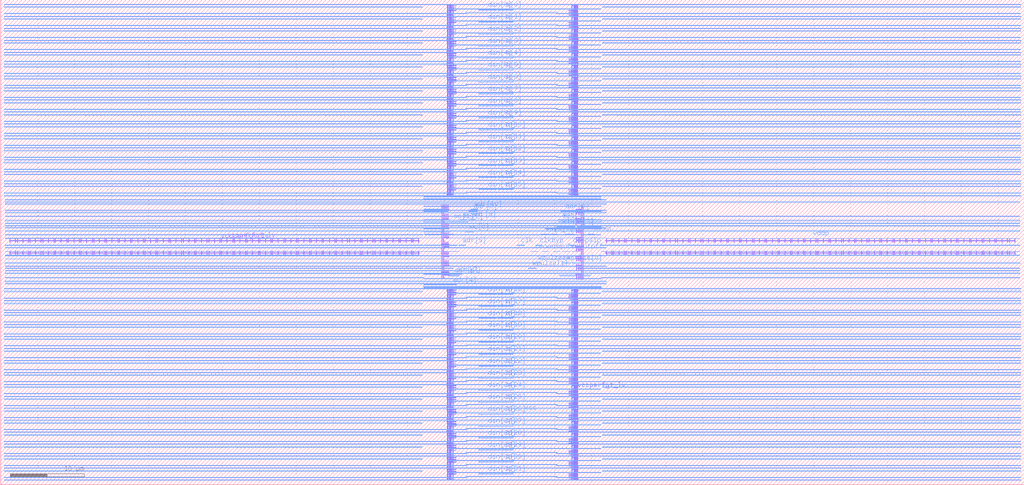
<source format=lef>
### Tool : gds2rh
### RedHawk Version : 19.1.7p1 RHEL6
### Vendor : Apache Design, Inc. A Subsidiary of ANSYS, Inc. 
### Date : Mar 02 2019, 00:03:14 

### Date generated : Wed Sep 14 16:23:46 2022
 
### Command : gds2rh /nfs/an/disks/an_mos_scratch01/mos/prod/runs/c224uhdlpsprf-ext-version-r1-0-1/r641701_00_00/r641701_00_00/avm/rv_avm/gds2rh_options_powerup.txt

VERSION 5.5 ;
NAMESCASESENSITIVE ON ;
DIVIDERCHAR "/" ;
BUSBITCHARS "[]" ;
MACRO ip224uhdlp1p11rf_2048x32m4b2c1s0_t0r0p1d0a1m1h_APACHECELL
 ORIGIN 0.000000 0.000000 ;
 SIZE 138.500000 BY 65.700000 ;
 PIN adr[0]
 DIRECTION INPUT ;
 USE SIGNAL ;
 PORT
 LAYER m4 ;
 RECT 75.807500 37.004000 76.997500 37.080000 ;
 END
 END adr[0]
 PIN adr[10]
 DIRECTION INPUT ;
 USE SIGNAL ;
 PORT
 LAYER m4 ;
 RECT 63.625500 37.300000 64.577000 37.376000 ;
 END
 END adr[10]
 PIN adr[1]
 DIRECTION INPUT ;
 USE SIGNAL ;
 PORT
 LAYER m4 ;
 RECT 75.412500 35.884000 76.399500 35.960000 ;
 END
 END adr[1]
 PIN adr[2]
 DIRECTION INPUT ;
 USE SIGNAL ;
 PORT
 LAYER m4 ;
 RECT 75.238000 34.928000 76.412000 35.004000 ;
 END
 END adr[2]
 PIN adr[3]
 DIRECTION INPUT ;
 USE SIGNAL ;
 PORT
 LAYER m4 ;
 RECT 76.492000 34.928000 77.654000 35.004000 ;
 END
 END adr[3]
 PIN adr[4]
 DIRECTION INPUT ;
 USE SIGNAL ;
 PORT
 LAYER m4 ;
 RECT 60.693000 27.040000 61.650000 27.116000 ;
 END
 END adr[4]
 PIN adr[5]
 DIRECTION INPUT ;
 USE SIGNAL ;
 PORT
 LAYER m4 ;
 RECT 61.974500 32.406000 62.914000 32.462000 ;
 END
 END adr[5]
 PIN adr[6]
 DIRECTION INPUT ;
 USE SIGNAL ;
 PORT
 LAYER m4 ;
 RECT 60.656000 28.306000 62.037000 28.382000 ;
 END
 END adr[6]
 PIN adr[7]
 DIRECTION INPUT ;
 USE SIGNAL ;
 PORT
 LAYER m4 ;
 RECT 61.080500 28.456000 62.389000 28.532000 ;
 END
 END adr[7]
 PIN adr[8]
 DIRECTION INPUT ;
 USE SIGNAL ;
 PORT
 LAYER m4 ;
 RECT 63.343000 35.884000 64.267500 35.960000 ;
 END
 END adr[8]
 PIN adr[9]
 DIRECTION INPUT ;
 USE SIGNAL ;
 PORT
 LAYER m4 ;
 RECT 63.355000 37.004000 64.485000 37.080000 ;
 END
 END adr[9]
 PIN bc1
 DIRECTION INPUT ;
 USE SIGNAL ;
 PORT
 LAYER m4 ;
 RECT 75.492500 35.620000 76.556500 35.696000 ;
 END
 END bc1
 PIN bc2
 DIRECTION INPUT ;
 USE SIGNAL ;
 PORT
 LAYER m4 ;
 RECT 76.412000 33.938000 77.551500 33.994000 ;
 END
 END bc2
 PIN clkbyp
 DIRECTION INPUT ;
 USE SIGNAL ;
 PORT
 LAYER m4 ;
 RECT 72.415000 32.406000 73.267500 32.462000 ;
 END
 END clkbyp
 PIN deepslp
 DIRECTION INPUT ;
 USE SIGNAL ;
 PORT
 LAYER m4 ;
 RECT 76.916000 32.406000 77.910000 32.462000 ;
 END
 END deepslp
 PIN din[0]
 DIRECTION INPUT ;
 USE SIGNAL ;
 PORT
 LAYER m4 ;
 RECT 64.658000 64.268000 67.152500 64.376000 ;
 END
 END din[0]
 PIN din[10]
 DIRECTION INPUT ;
 USE SIGNAL ;
 PORT
 LAYER m4 ;
 RECT 64.658000 48.068000 67.152500 48.176000 ;
 END
 END din[10]
 PIN din[11]
 DIRECTION INPUT ;
 USE SIGNAL ;
 PORT
 LAYER m4 ;
 RECT 64.658000 46.448000 67.152500 46.556000 ;
 END
 END din[11]
 PIN din[12]
 DIRECTION INPUT ;
 USE SIGNAL ;
 PORT
 LAYER m4 ;
 RECT 64.658000 44.828000 67.152500 44.936000 ;
 END
 END din[12]
 PIN din[13]
 DIRECTION INPUT ;
 USE SIGNAL ;
 PORT
 LAYER m4 ;
 RECT 64.658000 43.208000 67.152500 43.316000 ;
 END
 END din[13]
 PIN din[14]
 DIRECTION INPUT ;
 USE SIGNAL ;
 PORT
 LAYER m4 ;
 RECT 64.658000 41.588000 67.152500 41.696000 ;
 END
 END din[14]
 PIN din[15]
 DIRECTION INPUT ;
 USE SIGNAL ;
 PORT
 LAYER m4 ;
 RECT 64.658000 39.968000 67.152500 40.076000 ;
 END
 END din[15]
 PIN din[16]
 DIRECTION INPUT ;
 USE SIGNAL ;
 PORT
 LAYER m4 ;
 RECT 64.658000 25.748000 67.152500 25.856000 ;
 END
 END din[16]
 PIN din[17]
 DIRECTION INPUT ;
 USE SIGNAL ;
 PORT
 LAYER m4 ;
 RECT 64.658000 24.128000 67.152500 24.236000 ;
 END
 END din[17]
 PIN din[18]
 DIRECTION INPUT ;
 USE SIGNAL ;
 PORT
 LAYER m4 ;
 RECT 64.658000 22.508000 67.152500 22.616000 ;
 END
 END din[18]
 PIN din[19]
 DIRECTION INPUT ;
 USE SIGNAL ;
 PORT
 LAYER m4 ;
 RECT 64.658000 20.888000 67.152500 20.996000 ;
 END
 END din[19]
 PIN din[1]
 DIRECTION INPUT ;
 USE SIGNAL ;
 PORT
 LAYER m4 ;
 RECT 64.658000 62.648000 67.152500 62.756000 ;
 END
 END din[1]
 PIN din[20]
 DIRECTION INPUT ;
 USE SIGNAL ;
 PORT
 LAYER m4 ;
 RECT 64.658000 19.268000 67.152500 19.376000 ;
 END
 END din[20]
 PIN din[21]
 DIRECTION INPUT ;
 USE SIGNAL ;
 PORT
 LAYER m4 ;
 RECT 64.658000 17.648000 67.152500 17.756000 ;
 END
 END din[21]
 PIN din[22]
 DIRECTION INPUT ;
 USE SIGNAL ;
 PORT
 LAYER m4 ;
 RECT 64.658000 16.028000 67.152500 16.136000 ;
 END
 END din[22]
 PIN din[23]
 DIRECTION INPUT ;
 USE SIGNAL ;
 PORT
 LAYER m4 ;
 RECT 64.658000 14.408000 67.152500 14.516000 ;
 END
 END din[23]
 PIN din[24]
 DIRECTION INPUT ;
 USE SIGNAL ;
 PORT
 LAYER m4 ;
 RECT 64.658000 12.788000 67.152500 12.896000 ;
 END
 END din[24]
 PIN din[25]
 DIRECTION INPUT ;
 USE SIGNAL ;
 PORT
 LAYER m4 ;
 RECT 64.658000 11.168000 67.152500 11.276000 ;
 END
 END din[25]
 PIN din[26]
 DIRECTION INPUT ;
 USE SIGNAL ;
 PORT
 LAYER m4 ;
 RECT 64.658000 9.548000 67.152500 9.656000 ;
 END
 END din[26]
 PIN din[27]
 DIRECTION INPUT ;
 USE SIGNAL ;
 PORT
 LAYER m4 ;
 RECT 64.658000 7.928000 67.152500 8.036000 ;
 END
 END din[27]
 PIN din[28]
 DIRECTION INPUT ;
 USE SIGNAL ;
 PORT
 LAYER m4 ;
 RECT 64.658000 6.308000 67.152500 6.416000 ;
 END
 END din[28]
 PIN din[29]
 DIRECTION INPUT ;
 USE SIGNAL ;
 PORT
 LAYER m4 ;
 RECT 64.658000 4.688000 67.152500 4.796000 ;
 END
 END din[29]
 PIN din[2]
 DIRECTION INPUT ;
 USE SIGNAL ;
 PORT
 LAYER m4 ;
 RECT 64.658000 61.028000 67.152500 61.136000 ;
 END
 END din[2]
 PIN din[30]
 DIRECTION INPUT ;
 USE SIGNAL ;
 PORT
 LAYER m4 ;
 RECT 64.658000 3.068000 67.152500 3.176000 ;
 END
 END din[30]
 PIN din[31]
 DIRECTION INPUT ;
 USE SIGNAL ;
 PORT
 LAYER m4 ;
 RECT 64.658000 1.448000 67.152500 1.556000 ;
 END
 END din[31]
 PIN din[3]
 DIRECTION INPUT ;
 USE SIGNAL ;
 PORT
 LAYER m4 ;
 RECT 64.658000 59.408000 67.152500 59.516000 ;
 END
 END din[3]
 PIN din[4]
 DIRECTION INPUT ;
 USE SIGNAL ;
 PORT
 LAYER m4 ;
 RECT 64.658000 57.788000 67.152500 57.896000 ;
 END
 END din[4]
 PIN din[5]
 DIRECTION INPUT ;
 USE SIGNAL ;
 PORT
 LAYER m4 ;
 RECT 64.658000 56.168000 67.152500 56.276000 ;
 END
 END din[5]
 PIN din[6]
 DIRECTION INPUT ;
 USE SIGNAL ;
 PORT
 LAYER m4 ;
 RECT 64.658000 54.548000 67.152500 54.656000 ;
 END
 END din[6]
 PIN din[7]
 DIRECTION INPUT ;
 USE SIGNAL ;
 PORT
 LAYER m4 ;
 RECT 64.658000 52.928000 67.152500 53.036000 ;
 END
 END din[7]
 PIN din[8]
 DIRECTION INPUT ;
 USE SIGNAL ;
 PORT
 LAYER m4 ;
 RECT 64.658000 51.308000 67.152500 51.416000 ;
 END
 END din[8]
 PIN din[9]
 DIRECTION INPUT ;
 USE SIGNAL ;
 PORT
 LAYER m4 ;
 RECT 64.658000 49.688000 67.152500 49.796000 ;
 END
 END din[9]
 PIN fwen
 DIRECTION INPUT ;
 USE SIGNAL ;
 PORT
 LAYER m4 ;
 RECT 76.067500 31.570000 77.022000 31.626000 ;
 END
 END fwen
 PIN mc[0]
 DIRECTION INPUT ;
 USE SIGNAL ;
 PORT
 LAYER m4 ;
 RECT 62.892000 34.204000 63.931000 34.280000 ;
 END
 END mc[0]
 PIN mc[1]
 DIRECTION INPUT ;
 USE SIGNAL ;
 PORT
 LAYER m4 ;
 RECT 60.672000 35.620000 61.900000 35.696000 ;
 END
 END mc[1]
 PIN mc[2]
 DIRECTION INPUT ;
 USE SIGNAL ;
 PORT
 LAYER m4 ;
 RECT 62.031000 35.620000 63.173000 35.696000 ;
 END
 END mc[2]
 PIN mcen
 DIRECTION INPUT ;
 USE SIGNAL ;
 PORT
 LAYER m4 ;
 RECT 62.128500 35.884000 63.065000 35.960000 ;
 END
 END mcen
 PIN mpr
 DIRECTION OUTPUT ;
 USE SIGNAL ;
 PORT
 LAYER m4 ;
 RECT 74.773000 31.570000 75.709000 31.626000 ;
 END
 END mpr
 PIN q[0]
 DIRECTION OUTPUT ;
 USE SIGNAL ;
 PORT
 LAYER m4 ;
 RECT 67.232500 64.268000 69.386500 64.376000 ;
 END
 END q[0]
 PIN q[10]
 DIRECTION OUTPUT ;
 USE SIGNAL ;
 PORT
 LAYER m4 ;
 RECT 67.232500 48.068000 69.386500 48.176000 ;
 END
 END q[10]
 PIN q[11]
 DIRECTION OUTPUT ;
 USE SIGNAL ;
 PORT
 LAYER m4 ;
 RECT 67.232500 46.448000 69.386500 46.556000 ;
 END
 END q[11]
 PIN q[12]
 DIRECTION OUTPUT ;
 USE SIGNAL ;
 PORT
 LAYER m4 ;
 RECT 67.232500 44.828000 69.386500 44.936000 ;
 END
 END q[12]
 PIN q[13]
 DIRECTION OUTPUT ;
 USE SIGNAL ;
 PORT
 LAYER m4 ;
 RECT 67.232500 43.208000 69.386500 43.316000 ;
 END
 END q[13]
 PIN q[14]
 DIRECTION OUTPUT ;
 USE SIGNAL ;
 PORT
 LAYER m4 ;
 RECT 67.232500 41.588000 69.386500 41.696000 ;
 END
 END q[14]
 PIN q[15]
 DIRECTION OUTPUT ;
 USE SIGNAL ;
 PORT
 LAYER m4 ;
 RECT 67.232500 39.968000 69.386500 40.076000 ;
 END
 END q[15]
 PIN q[16]
 DIRECTION OUTPUT ;
 USE SIGNAL ;
 PORT
 LAYER m4 ;
 RECT 67.232500 25.748000 69.386500 25.856000 ;
 END
 END q[16]
 PIN q[17]
 DIRECTION OUTPUT ;
 USE SIGNAL ;
 PORT
 LAYER m4 ;
 RECT 67.232500 24.128000 69.386500 24.236000 ;
 END
 END q[17]
 PIN q[18]
 DIRECTION OUTPUT ;
 USE SIGNAL ;
 PORT
 LAYER m4 ;
 RECT 67.232500 22.508000 69.386500 22.616000 ;
 END
 END q[18]
 PIN q[19]
 DIRECTION OUTPUT ;
 USE SIGNAL ;
 PORT
 LAYER m4 ;
 RECT 67.232500 20.888000 69.386500 20.996000 ;
 END
 END q[19]
 PIN q[1]
 DIRECTION OUTPUT ;
 USE SIGNAL ;
 PORT
 LAYER m4 ;
 RECT 67.232500 62.648000 69.386500 62.756000 ;
 END
 END q[1]
 PIN q[20]
 DIRECTION OUTPUT ;
 USE SIGNAL ;
 PORT
 LAYER m4 ;
 RECT 67.232500 19.268000 69.386500 19.376000 ;
 END
 END q[20]
 PIN q[21]
 DIRECTION OUTPUT ;
 USE SIGNAL ;
 PORT
 LAYER m4 ;
 RECT 67.232500 17.648000 69.386500 17.756000 ;
 END
 END q[21]
 PIN q[22]
 DIRECTION OUTPUT ;
 USE SIGNAL ;
 PORT
 LAYER m4 ;
 RECT 67.232500 16.028000 69.386500 16.136000 ;
 END
 END q[22]
 PIN q[23]
 DIRECTION OUTPUT ;
 USE SIGNAL ;
 PORT
 LAYER m4 ;
 RECT 67.232500 14.408000 69.386500 14.516000 ;
 END
 END q[23]
 PIN q[24]
 DIRECTION OUTPUT ;
 USE SIGNAL ;
 PORT
 LAYER m4 ;
 RECT 67.232500 12.788000 69.386500 12.896000 ;
 END
 END q[24]
 PIN q[25]
 DIRECTION OUTPUT ;
 USE SIGNAL ;
 PORT
 LAYER m4 ;
 RECT 67.232500 11.168000 69.386500 11.276000 ;
 END
 END q[25]
 PIN q[26]
 DIRECTION OUTPUT ;
 USE SIGNAL ;
 PORT
 LAYER m4 ;
 RECT 67.232500 9.548000 69.386500 9.656000 ;
 END
 END q[26]
 PIN q[27]
 DIRECTION OUTPUT ;
 USE SIGNAL ;
 PORT
 LAYER m4 ;
 RECT 67.232500 7.928000 69.386500 8.036000 ;
 END
 END q[27]
 PIN q[28]
 DIRECTION OUTPUT ;
 USE SIGNAL ;
 PORT
 LAYER m4 ;
 RECT 67.232500 6.308000 69.386500 6.416000 ;
 END
 END q[28]
 PIN q[29]
 DIRECTION OUTPUT ;
 USE SIGNAL ;
 PORT
 LAYER m4 ;
 RECT 67.232500 4.688000 69.386500 4.796000 ;
 END
 END q[29]
 PIN q[2]
 DIRECTION OUTPUT ;
 USE SIGNAL ;
 PORT
 LAYER m4 ;
 RECT 67.232500 61.028000 69.386500 61.136000 ;
 END
 END q[2]
 PIN q[30]
 DIRECTION OUTPUT ;
 USE SIGNAL ;
 PORT
 LAYER m4 ;
 RECT 67.232500 3.068000 69.386500 3.176000 ;
 END
 END q[30]
 PIN q[31]
 DIRECTION OUTPUT ;
 USE SIGNAL ;
 PORT
 LAYER m4 ;
 RECT 67.232500 1.448000 69.386500 1.556000 ;
 END
 END q[31]
 PIN q[3]
 DIRECTION OUTPUT ;
 USE SIGNAL ;
 PORT
 LAYER m4 ;
 RECT 67.232500 59.408000 69.386500 59.516000 ;
 END
 END q[3]
 PIN q[4]
 DIRECTION OUTPUT ;
 USE SIGNAL ;
 PORT
 LAYER m4 ;
 RECT 67.232500 57.788000 69.386500 57.896000 ;
 END
 END q[4]
 PIN q[5]
 DIRECTION OUTPUT ;
 USE SIGNAL ;
 PORT
 LAYER m4 ;
 RECT 67.232500 56.168000 69.386500 56.276000 ;
 END
 END q[5]
 PIN q[6]
 DIRECTION OUTPUT ;
 USE SIGNAL ;
 PORT
 LAYER m4 ;
 RECT 67.232500 54.548000 69.386500 54.656000 ;
 END
 END q[6]
 PIN q[7]
 DIRECTION OUTPUT ;
 USE SIGNAL ;
 PORT
 LAYER m4 ;
 RECT 67.232500 52.928000 69.386500 53.036000 ;
 END
 END q[7]
 PIN q[8]
 DIRECTION OUTPUT ;
 USE SIGNAL ;
 PORT
 LAYER m4 ;
 RECT 67.232500 51.308000 69.386500 51.416000 ;
 END
 END q[8]
 PIN q[9]
 DIRECTION OUTPUT ;
 USE SIGNAL ;
 PORT
 LAYER m4 ;
 RECT 67.232500 49.688000 69.386500 49.796000 ;
 END
 END q[9]
 PIN ren
 DIRECTION INPUT ;
 USE SIGNAL ;
 PORT
 LAYER m4 ;
 RECT 71.798000 31.570000 72.703500 31.626000 ;
 END
 END ren
 PIN shutoff
 DIRECTION INPUT ;
 USE SIGNAL ;
 PORT
 LAYER m4 ;
 RECT 77.244000 31.570000 78.165500 31.626000 ;
 END
 END shutoff
 PIN sleep
 DIRECTION INPUT ;
 USE SIGNAL ;
 PORT
 LAYER m4 ;
 RECT 79.403500 33.938000 80.326500 33.994000 ;
 END
 END sleep
 PIN wa[0]
 DIRECTION INPUT ;
 USE SIGNAL ;
 PORT
 LAYER m4 ;
 RECT 74.360000 33.938000 75.324500 33.994000 ;
 END
 END wa[0]
 PIN wa[1]
 DIRECTION INPUT ;
 USE SIGNAL ;
 PORT
 LAYER m4 ;
 RECT 73.147500 33.938000 74.178000 33.994000 ;
 END
 END wa[1]
 PIN wen
 DIRECTION INPUT ;
 USE SIGNAL ;
 PORT
 LAYER m4 ;
 RECT 73.262000 31.570000 74.150000 31.626000 ;
 END
 END wen
 PIN wpulse[0]
 DIRECTION INPUT ;
 USE SIGNAL ;
 PORT
 LAYER m4 ;
 RECT 75.887000 30.004000 77.144000 30.080000 ;
 END
 END wpulse[0]
 PIN wpulse[1]
 DIRECTION INPUT ;
 USE SIGNAL ;
 PORT
 LAYER m4 ;
 RECT 71.406500 29.280000 72.450000 29.356000 ;
 END
 END wpulse[1]
 PIN wpulseen
 DIRECTION INPUT ;
 USE SIGNAL ;
 PORT
 LAYER m4 ;
 RECT 72.212500 30.004000 73.099000 30.080000 ;
 END
 END wpulseen
 PIN clk
 DIRECTION INPUT ;
 USE CLOCK ;
 PORT
 LAYER m4 ;
 RECT 69.872500 32.406000 70.904500 32.462000 ;
 END
 END clk
 PIN vddp
 DIRECTION INPUT ;
 USE POWER ;
 PORT
 LAYER m4 ;
 RECT 0.480000 0.958000 63.049000 1.034000 ;
 RECT 0.480000 1.846000 57.036000 1.922000 ;
 RECT 0.480000 10.678000 63.049000 10.754000 ;
 RECT 0.480000 11.566000 57.036000 11.642000 ;
 RECT 0.480000 12.298000 63.049000 12.374000 ;
 RECT 0.480000 13.186000 57.036000 13.262000 ;
 RECT 0.480000 13.918000 63.049000 13.994000 ;
 RECT 0.480000 14.806000 57.036000 14.882000 ;
 RECT 0.480000 15.538000 63.049000 15.614000 ;
 RECT 0.480000 16.426000 57.036000 16.502000 ;
 RECT 0.480000 17.158000 63.049000 17.234000 ;
 RECT 0.480000 18.046000 57.036000 18.122000 ;
 RECT 0.480000 18.778000 63.049000 18.854000 ;
 RECT 0.480000 19.666000 57.036000 19.742000 ;
 RECT 0.480000 2.578000 63.049000 2.654000 ;
 RECT 0.480000 20.398000 63.049000 20.474000 ;
 RECT 0.480000 21.286000 57.036000 21.362000 ;
 RECT 0.480000 22.018000 63.049000 22.094000 ;
 RECT 0.480000 22.906000 57.036000 22.982000 ;
 RECT 0.480000 23.638000 63.049000 23.714000 ;
 RECT 0.480000 24.526000 57.036000 24.602000 ;
 RECT 0.480000 25.258000 63.049000 25.334000 ;
 RECT 0.480000 26.146000 57.036000 26.222000 ;
 RECT 0.480000 3.466000 57.036000 3.542000 ;
 RECT 0.480000 39.478000 63.049000 39.554000 ;
 RECT 0.480000 4.198000 63.049000 4.274000 ;
 RECT 0.480000 40.366000 57.036000 40.442000 ;
 RECT 0.480000 41.098000 63.049000 41.174000 ;
 RECT 0.480000 41.986000 57.036000 42.062000 ;
 RECT 0.480000 42.718000 63.049000 42.794000 ;
 RECT 0.480000 43.606000 57.036000 43.682000 ;
 RECT 0.480000 44.338000 63.049000 44.414000 ;
 RECT 0.480000 45.226000 57.036000 45.302000 ;
 RECT 0.480000 45.958000 63.049000 46.034000 ;
 RECT 0.480000 46.846000 57.036000 46.922000 ;
 RECT 0.480000 47.578000 63.049000 47.654000 ;
 RECT 0.480000 48.466000 57.036000 48.542000 ;
 RECT 0.480000 49.198000 63.049000 49.274000 ;
 RECT 0.480000 5.086000 57.036000 5.162000 ;
 RECT 0.480000 5.818000 63.049000 5.894000 ;
 RECT 0.480000 50.086000 57.036000 50.162000 ;
 RECT 0.480000 50.818000 63.049000 50.894000 ;
 RECT 0.480000 51.706000 57.036000 51.782000 ;
 RECT 0.480000 52.438000 63.049000 52.514000 ;
 RECT 0.480000 53.326000 57.036000 53.402000 ;
 RECT 0.480000 54.058000 63.049000 54.134000 ;
 RECT 0.480000 54.946000 57.036000 55.022000 ;
 RECT 0.480000 55.678000 63.049000 55.754000 ;
 RECT 0.480000 56.566000 57.036000 56.642000 ;
 RECT 0.480000 57.298000 63.049000 57.374000 ;
 RECT 0.480000 58.186000 57.036000 58.262000 ;
 RECT 0.480000 58.918000 63.049000 58.994000 ;
 RECT 0.480000 59.806000 57.036000 59.882000 ;
 RECT 0.480000 6.706000 57.036000 6.782000 ;
 RECT 0.480000 60.538000 63.049000 60.614000 ;
 RECT 0.480000 61.426000 57.036000 61.502000 ;
 RECT 0.480000 62.158000 63.049000 62.234000 ;
 RECT 0.480000 63.046000 57.036000 63.122000 ;
 RECT 0.480000 63.778000 63.049000 63.854000 ;
 RECT 0.480000 64.666000 57.036000 64.742000 ;
 RECT 0.480000 7.438000 63.049000 7.514000 ;
 RECT 0.480000 8.326000 57.036000 8.402000 ;
 RECT 0.480000 9.058000 63.049000 9.134000 ;
 RECT 0.480000 9.946000 57.036000 10.022000 ;
 RECT 0.616000 28.028000 57.208000 28.104000 ;
 RECT 0.616000 28.588000 137.884000 28.664000 ;
 RECT 0.616000 28.984000 137.884000 29.060000 ;
 RECT 0.616000 29.280000 57.208000 29.356000 ;
 RECT 0.616000 30.004000 57.208000 30.080000 ;
 RECT 0.616000 31.072000 56.560000 31.116000 ;
 RECT 0.616000 31.570000 57.208000 31.626000 ;
 RECT 0.616000 32.406000 57.208000 32.462000 ;
 RECT 0.616000 33.324000 56.560000 33.368000 ;
 RECT 0.616000 34.336000 137.884000 34.412000 ;
 RECT 0.616000 35.060000 137.884000 35.136000 ;
 RECT 0.616000 35.356000 137.884000 35.432000 ;
 RECT 0.616000 35.752000 137.884000 35.828000 ;
 RECT 0.616000 36.312000 137.884000 36.388000 ;
 RECT 0.616000 38.256000 137.884000 38.364000 ;
 RECT 57.248000 26.644000 81.252000 26.720000 ;
 RECT 57.248000 26.776000 81.252000 26.852000 ;
 RECT 57.248000 27.040000 60.613000 27.116000 ;
 RECT 57.248000 27.896000 81.252000 27.972000 ;
 RECT 57.248000 28.456000 61.000500 28.532000 ;
 RECT 57.248000 37.696000 81.252000 37.772000 ;
 RECT 57.248000 38.716000 81.252000 38.792000 ;
 RECT 57.248000 38.980000 81.252000 39.056000 ;
 RECT 57.256500 33.938000 61.250500 33.994000 ;
 RECT 57.256500 34.204000 60.816500 34.280000 ;
 RECT 57.256500 34.632000 60.566500 34.708000 ;
 RECT 57.256500 35.620000 60.566500 35.696000 ;
 RECT 57.256500 35.884000 60.566500 35.960000 ;
 RECT 57.256500 37.004000 60.566500 37.080000 ;
 RECT 57.256500 37.300000 60.566500 37.376000 ;
 RECT 57.299000 32.406000 61.749500 32.462000 ;
 RECT 57.302000 31.570000 62.013500 31.626000 ;
 RECT 57.317000 30.004000 72.132500 30.080000 ;
 RECT 57.380000 29.280000 61.212000 29.356000 ;
 RECT 62.973000 1.080000 75.329500 1.156000 ;
 RECT 62.973000 10.800000 75.329500 10.876000 ;
 RECT 62.973000 12.420000 75.329500 12.496000 ;
 RECT 62.973000 14.040000 75.329500 14.116000 ;
 RECT 62.973000 15.660000 75.329500 15.736000 ;
 RECT 62.973000 17.280000 75.329500 17.356000 ;
 RECT 62.973000 18.900000 75.329500 18.976000 ;
 RECT 62.973000 2.700000 75.329500 2.776000 ;
 RECT 62.973000 20.520000 75.329500 20.596000 ;
 RECT 62.973000 22.140000 75.329500 22.216000 ;
 RECT 62.973000 23.760000 75.329500 23.836000 ;
 RECT 62.973000 25.380000 75.329500 25.456000 ;
 RECT 62.973000 39.600000 75.329500 39.676000 ;
 RECT 62.973000 4.320000 75.329500 4.396000 ;
 RECT 62.973000 41.220000 75.329500 41.296000 ;
 RECT 62.973000 42.840000 75.329500 42.916000 ;
 RECT 62.973000 44.460000 75.329500 44.536000 ;
 RECT 62.973000 46.080000 75.329500 46.156000 ;
 RECT 62.973000 47.700000 75.329500 47.776000 ;
 RECT 62.973000 49.320000 75.329500 49.396000 ;
 RECT 62.973000 5.940000 75.329500 6.016000 ;
 RECT 62.973000 50.940000 75.329500 51.016000 ;
 RECT 62.973000 52.560000 75.329500 52.636000 ;
 RECT 62.973000 54.180000 75.329500 54.256000 ;
 RECT 62.973000 55.800000 75.329500 55.876000 ;
 RECT 62.973000 57.420000 75.329500 57.496000 ;
 RECT 62.973000 59.040000 75.329500 59.116000 ;
 RECT 62.973000 60.660000 75.329500 60.736000 ;
 RECT 62.973000 62.280000 75.329500 62.356000 ;
 RECT 62.973000 63.900000 75.329500 63.976000 ;
 RECT 62.973000 7.560000 75.329500 7.636000 ;
 RECT 62.973000 9.180000 75.329500 9.256000 ;
 RECT 73.686000 34.632000 81.205500 34.688000 ;
 RECT 75.253500 0.958000 138.020000 1.034000 ;
 RECT 75.253500 10.678000 138.020000 10.754000 ;
 RECT 75.253500 12.298000 138.020000 12.374000 ;
 RECT 75.253500 13.918000 138.020000 13.994000 ;
 RECT 75.253500 15.538000 138.020000 15.614000 ;
 RECT 75.253500 17.158000 138.020000 17.234000 ;
 RECT 75.253500 18.778000 138.020000 18.854000 ;
 RECT 75.253500 2.578000 138.020000 2.654000 ;
 RECT 75.253500 20.398000 138.020000 20.474000 ;
 RECT 75.253500 22.018000 138.020000 22.094000 ;
 RECT 75.253500 23.638000 138.020000 23.714000 ;
 RECT 75.253500 25.258000 138.020000 25.334000 ;
 RECT 75.253500 39.478000 138.020000 39.554000 ;
 RECT 75.253500 4.198000 138.020000 4.274000 ;
 RECT 75.253500 41.098000 138.020000 41.174000 ;
 RECT 75.253500 42.718000 138.020000 42.794000 ;
 RECT 75.253500 44.338000 138.020000 44.414000 ;
 RECT 75.253500 45.958000 138.020000 46.034000 ;
 RECT 75.253500 47.578000 138.020000 47.654000 ;
 RECT 75.253500 49.198000 138.020000 49.274000 ;
 RECT 75.253500 5.818000 138.020000 5.894000 ;
 RECT 75.253500 50.818000 138.020000 50.894000 ;
 RECT 75.253500 52.438000 138.020000 52.514000 ;
 RECT 75.253500 54.058000 138.020000 54.134000 ;
 RECT 75.253500 55.678000 138.020000 55.754000 ;
 RECT 75.253500 57.298000 138.020000 57.374000 ;
 RECT 75.253500 58.918000 138.020000 58.994000 ;
 RECT 75.253500 60.538000 138.020000 60.614000 ;
 RECT 75.253500 62.158000 138.020000 62.234000 ;
 RECT 75.253500 63.778000 138.020000 63.854000 ;
 RECT 75.253500 7.438000 138.020000 7.514000 ;
 RECT 75.253500 9.058000 138.020000 9.134000 ;
 RECT 75.631000 28.292000 79.740000 28.400000 ;
 RECT 76.479500 35.884000 81.252000 35.960000 ;
 RECT 76.636500 35.620000 81.252000 35.696000 ;
 RECT 77.077500 37.004000 81.252000 37.080000 ;
 RECT 77.334500 30.004000 81.112500 30.080000 ;
 RECT 77.859000 29.280000 81.252000 29.356000 ;
 RECT 78.017500 34.928000 81.252500 35.004000 ;
 RECT 81.292000 28.028000 137.884000 28.104000 ;
 RECT 81.292000 30.004000 137.884000 30.080000 ;
 RECT 81.292000 31.570000 137.884000 31.626000 ;
 RECT 81.292000 32.406000 137.884000 32.462000 ;
 RECT 81.332000 29.280000 137.884000 29.356000 ;
 RECT 81.397000 1.846000 138.020000 1.922000 ;
 RECT 81.397000 11.566000 138.020000 11.642000 ;
 RECT 81.397000 13.186000 138.020000 13.262000 ;
 RECT 81.397000 14.806000 138.020000 14.882000 ;
 RECT 81.397000 16.426000 138.020000 16.502000 ;
 RECT 81.397000 18.046000 138.020000 18.122000 ;
 RECT 81.397000 19.666000 138.020000 19.742000 ;
 RECT 81.397000 21.286000 138.020000 21.362000 ;
 RECT 81.397000 22.906000 138.020000 22.982000 ;
 RECT 81.397000 24.526000 138.020000 24.602000 ;
 RECT 81.397000 26.146000 138.020000 26.222000 ;
 RECT 81.397000 3.466000 138.020000 3.542000 ;
 RECT 81.397000 40.366000 138.020000 40.442000 ;
 RECT 81.397000 41.986000 138.020000 42.062000 ;
 RECT 81.397000 43.606000 138.020000 43.682000 ;
 RECT 81.397000 45.226000 138.020000 45.302000 ;
 RECT 81.397000 46.846000 138.020000 46.922000 ;
 RECT 81.397000 48.466000 138.020000 48.542000 ;
 RECT 81.397000 5.086000 138.020000 5.162000 ;
 RECT 81.397000 50.086000 138.020000 50.162000 ;
 RECT 81.397000 51.706000 138.020000 51.782000 ;
 RECT 81.397000 53.326000 138.020000 53.402000 ;
 RECT 81.397000 54.946000 138.020000 55.022000 ;
 RECT 81.397000 56.566000 138.020000 56.642000 ;
 RECT 81.397000 58.186000 138.020000 58.262000 ;
 RECT 81.397000 59.806000 138.020000 59.882000 ;
 RECT 81.397000 6.706000 138.020000 6.782000 ;
 RECT 81.397000 61.426000 138.020000 61.502000 ;
 RECT 81.397000 63.046000 138.020000 63.122000 ;
 RECT 81.397000 64.666000 138.020000 64.742000 ;
 RECT 81.397000 8.326000 138.020000 8.402000 ;
 RECT 81.397000 9.946000 138.020000 10.022000 ;
 RECT 81.940000 31.072000 137.884000 31.116000 ;
 RECT 81.940000 33.324000 137.884000 33.368000 ;
 END
 END vddp
 PIN vss
 DIRECTION INOUT ;
 USE GROUND ;
 PORT
 LAYER m4 ;
 RECT 0.480000 0.592000 138.020000 0.668000 ;
 RECT 0.480000 10.312000 138.020000 10.388000 ;
 RECT 0.480000 11.932000 138.020000 12.008000 ;
 RECT 0.480000 13.552000 138.020000 13.628000 ;
 RECT 0.480000 15.172000 138.020000 15.248000 ;
 RECT 0.480000 16.792000 138.020000 16.868000 ;
 RECT 0.480000 18.412000 138.020000 18.488000 ;
 RECT 0.480000 2.212000 138.020000 2.288000 ;
 RECT 0.480000 20.032000 138.020000 20.108000 ;
 RECT 0.480000 21.652000 138.020000 21.728000 ;
 RECT 0.480000 23.272000 138.020000 23.348000 ;
 RECT 0.480000 24.892000 138.020000 24.968000 ;
 RECT 0.480000 26.512000 138.020000 26.588000 ;
 RECT 0.480000 3.832000 138.020000 3.908000 ;
 RECT 0.480000 39.112000 138.020000 39.188000 ;
 RECT 0.480000 40.732000 138.020000 40.808000 ;
 RECT 0.480000 42.352000 138.020000 42.428000 ;
 RECT 0.480000 43.972000 138.020000 44.048000 ;
 RECT 0.480000 45.592000 138.020000 45.668000 ;
 RECT 0.480000 47.212000 138.020000 47.288000 ;
 RECT 0.480000 48.832000 138.020000 48.908000 ;
 RECT 0.480000 5.452000 138.020000 5.528000 ;
 RECT 0.480000 50.452000 138.020000 50.528000 ;
 RECT 0.480000 52.072000 138.020000 52.148000 ;
 RECT 0.480000 53.692000 138.020000 53.768000 ;
 RECT 0.480000 55.312000 138.020000 55.388000 ;
 RECT 0.480000 56.932000 138.020000 57.008000 ;
 RECT 0.480000 58.552000 138.020000 58.628000 ;
 RECT 0.480000 60.172000 138.020000 60.248000 ;
 RECT 0.480000 61.792000 138.020000 61.868000 ;
 RECT 0.480000 63.412000 138.020000 63.488000 ;
 RECT 0.480000 65.032000 138.020000 65.108000 ;
 RECT 0.480000 7.072000 138.020000 7.148000 ;
 RECT 0.480000 8.692000 138.020000 8.768000 ;
 RECT 0.616000 27.172000 81.940000 27.280000 ;
 RECT 0.616000 27.468000 81.940000 27.576000 ;
 RECT 0.616000 29.544000 81.940000 29.652000 ;
 RECT 0.616000 30.566000 57.208000 30.610000 ;
 RECT 0.616000 30.982000 81.940000 31.026000 ;
 RECT 0.616000 32.080000 81.940000 32.156000 ;
 RECT 0.616000 33.414000 81.940000 33.458000 ;
 RECT 0.616000 33.830000 57.208000 33.874000 ;
 RECT 0.616000 34.764000 81.940000 34.872000 ;
 RECT 0.616000 36.840000 81.940000 36.948000 ;
 RECT 0.616000 37.136000 81.940000 37.244000 ;
 RECT 0.616000 37.960000 81.940000 38.068000 ;
 RECT 0.616000 38.552000 81.940000 38.660000 ;
 RECT 57.335500 30.554000 81.127500 30.610000 ;
 RECT 57.366500 33.836000 81.211500 33.892000 ;
 RECT 60.461500 1.602000 81.215500 1.678000 ;
 RECT 60.461500 11.322000 81.215500 11.398000 ;
 RECT 60.461500 12.942000 81.215500 13.018000 ;
 RECT 60.461500 14.562000 81.215500 14.638000 ;
 RECT 60.461500 16.182000 81.215500 16.258000 ;
 RECT 60.461500 17.802000 81.215500 17.878000 ;
 RECT 60.461500 19.422000 81.215500 19.498000 ;
 RECT 60.461500 21.042000 81.215500 21.118000 ;
 RECT 60.461500 22.662000 81.215500 22.738000 ;
 RECT 60.461500 24.282000 81.215500 24.358000 ;
 RECT 60.461500 25.902000 81.215500 25.978000 ;
 RECT 60.461500 3.222000 81.215500 3.298000 ;
 RECT 60.461500 4.842000 81.215500 4.918000 ;
 RECT 60.461500 40.122000 81.215500 40.198000 ;
 RECT 60.461500 41.742000 81.215500 41.818000 ;
 RECT 60.461500 43.362000 81.215500 43.438000 ;
 RECT 60.461500 44.982000 81.215500 45.058000 ;
 RECT 60.461500 46.602000 81.215500 46.678000 ;
 RECT 60.461500 48.222000 81.215500 48.298000 ;
 RECT 60.461500 49.842000 81.215500 49.918000 ;
 RECT 60.461500 51.462000 81.215500 51.538000 ;
 RECT 60.461500 53.082000 81.215500 53.158000 ;
 RECT 60.461500 54.702000 81.215500 54.778000 ;
 RECT 60.461500 56.322000 81.215500 56.398000 ;
 RECT 60.461500 57.942000 81.215500 58.018000 ;
 RECT 60.461500 59.562000 81.215500 59.638000 ;
 RECT 60.461500 6.462000 81.215500 6.538000 ;
 RECT 60.461500 61.182000 81.215500 61.258000 ;
 RECT 60.461500 62.802000 81.215500 62.878000 ;
 RECT 60.461500 64.422000 81.215500 64.498000 ;
 RECT 60.461500 8.082000 81.215500 8.158000 ;
 RECT 60.461500 9.702000 81.215500 9.778000 ;
 END
 END vss
 PIN vccperfgt_lv
 DIRECTION INOUT ;
 USE POWER ;
 PORT
 LAYER m1 ;
 RECT 77.262000 13.658000 77.330000 14.512000 ;
 RECT 77.478000 13.658000 77.546000 14.512000 ;
 RECT 77.694000 13.658000 77.762000 15.142000 ;
 RECT 77.910000 13.658000 77.978000 15.142000 ;
 RECT 30.606000 31.117000 30.674000 31.635000 ;
 RECT 31.362000 31.163000 31.430000 31.657000 ;
 RECT 31.578000 31.163000 31.646000 31.657000 ;
 RECT 32.334000 31.117000 32.402000 31.635000 ;
 RECT 30.606000 32.805000 30.674000 33.323000 ;
 RECT 31.362000 32.783000 31.430000 33.277000 ;
 RECT 31.578000 32.783000 31.646000 33.277000 ;
 RECT 32.334000 32.805000 32.402000 33.323000 ;
 RECT 32.334000 31.117000 32.402000 31.635000 ;
 RECT 33.090000 31.163000 33.158000 31.657000 ;
 RECT 33.306000 31.163000 33.374000 31.657000 ;
 RECT 34.062000 31.117000 34.130000 31.635000 ;
 RECT 32.334000 32.805000 32.402000 33.323000 ;
 RECT 33.090000 32.783000 33.158000 33.277000 ;
 RECT 33.306000 32.783000 33.374000 33.277000 ;
 RECT 34.062000 32.805000 34.130000 33.323000 ;
 RECT 34.062000 31.117000 34.130000 31.635000 ;
 RECT 34.818000 31.163000 34.886000 31.657000 ;
 RECT 35.034000 31.163000 35.102000 31.657000 ;
 RECT 35.790000 31.117000 35.858000 31.635000 ;
 RECT 34.062000 32.805000 34.130000 33.323000 ;
 RECT 34.818000 32.783000 34.886000 33.277000 ;
 RECT 35.034000 32.783000 35.102000 33.277000 ;
 RECT 35.790000 32.805000 35.858000 33.323000 ;
 RECT 35.790000 31.117000 35.858000 31.635000 ;
 RECT 36.546000 31.163000 36.614000 31.657000 ;
 RECT 36.762000 31.163000 36.830000 31.657000 ;
 RECT 37.518000 31.117000 37.586000 31.635000 ;
 RECT 35.790000 32.805000 35.858000 33.323000 ;
 RECT 36.546000 32.783000 36.614000 33.277000 ;
 RECT 36.762000 32.783000 36.830000 33.277000 ;
 RECT 37.518000 32.805000 37.586000 33.323000 ;
 RECT 37.518000 31.117000 37.586000 31.635000 ;
 RECT 38.274000 31.163000 38.342000 31.657000 ;
 RECT 38.490000 31.163000 38.558000 31.657000 ;
 RECT 39.246000 31.117000 39.314000 31.635000 ;
 RECT 37.518000 32.805000 37.586000 33.323000 ;
 RECT 38.274000 32.783000 38.342000 33.277000 ;
 RECT 38.490000 32.783000 38.558000 33.277000 ;
 RECT 39.246000 32.805000 39.314000 33.323000 ;
 RECT 77.262000 15.278000 77.330000 16.132000 ;
 RECT 77.478000 15.278000 77.546000 16.132000 ;
 RECT 77.694000 15.278000 77.762000 16.762000 ;
 RECT 77.910000 15.278000 77.978000 16.762000 ;
 RECT 39.246000 31.117000 39.314000 31.635000 ;
 RECT 40.002000 31.163000 40.070000 31.657000 ;
 RECT 40.218000 31.163000 40.286000 31.657000 ;
 RECT 40.974000 31.117000 41.042000 31.635000 ;
 RECT 39.246000 32.805000 39.314000 33.323000 ;
 RECT 40.002000 32.783000 40.070000 33.277000 ;
 RECT 40.218000 32.783000 40.286000 33.277000 ;
 RECT 40.974000 32.805000 41.042000 33.323000 ;
 RECT 40.974000 31.117000 41.042000 31.635000 ;
 RECT 41.730000 31.163000 41.798000 31.657000 ;
 RECT 41.946000 31.163000 42.014000 31.657000 ;
 RECT 42.702000 31.117000 42.770000 31.635000 ;
 RECT 40.974000 32.805000 41.042000 33.323000 ;
 RECT 41.730000 32.783000 41.798000 33.277000 ;
 RECT 41.946000 32.783000 42.014000 33.277000 ;
 RECT 42.702000 32.805000 42.770000 33.323000 ;
 RECT 42.702000 31.117000 42.770000 31.635000 ;
 RECT 43.458000 31.163000 43.526000 31.657000 ;
 RECT 43.674000 31.163000 43.742000 31.657000 ;
 RECT 44.430000 31.117000 44.498000 31.635000 ;
 RECT 42.702000 32.805000 42.770000 33.323000 ;
 RECT 43.458000 32.783000 43.526000 33.277000 ;
 RECT 43.674000 32.783000 43.742000 33.277000 ;
 RECT 44.430000 32.805000 44.498000 33.323000 ;
 RECT 44.430000 31.117000 44.498000 31.635000 ;
 RECT 45.186000 31.163000 45.254000 31.657000 ;
 RECT 45.402000 31.163000 45.470000 31.657000 ;
 RECT 46.158000 31.117000 46.226000 31.635000 ;
 RECT 44.430000 32.805000 44.498000 33.323000 ;
 RECT 45.186000 32.783000 45.254000 33.277000 ;
 RECT 45.402000 32.783000 45.470000 33.277000 ;
 RECT 46.158000 32.805000 46.226000 33.323000 ;
 RECT 46.158000 31.117000 46.226000 31.635000 ;
 RECT 46.914000 31.163000 46.982000 31.657000 ;
 RECT 47.130000 31.163000 47.198000 31.657000 ;
 RECT 47.886000 31.117000 47.954000 31.635000 ;
 RECT 46.158000 32.805000 46.226000 33.323000 ;
 RECT 46.914000 32.783000 46.982000 33.277000 ;
 RECT 47.130000 32.783000 47.198000 33.277000 ;
 RECT 47.886000 32.805000 47.954000 33.323000 ;
 RECT 77.262000 16.898000 77.330000 17.752000 ;
 RECT 77.478000 16.898000 77.546000 17.752000 ;
 RECT 77.694000 16.898000 77.762000 18.382000 ;
 RECT 77.910000 16.898000 77.978000 18.382000 ;
 RECT 47.886000 31.117000 47.954000 31.635000 ;
 RECT 48.642000 31.163000 48.710000 31.657000 ;
 RECT 48.858000 31.163000 48.926000 31.657000 ;
 RECT 49.614000 31.117000 49.682000 31.635000 ;
 RECT 47.886000 32.805000 47.954000 33.323000 ;
 RECT 48.642000 32.783000 48.710000 33.277000 ;
 RECT 48.858000 32.783000 48.926000 33.277000 ;
 RECT 49.614000 32.805000 49.682000 33.323000 ;
 RECT 49.614000 31.117000 49.682000 31.635000 ;
 RECT 50.370000 31.163000 50.438000 31.657000 ;
 RECT 50.586000 31.163000 50.654000 31.657000 ;
 RECT 51.342000 31.117000 51.410000 31.635000 ;
 RECT 49.614000 32.805000 49.682000 33.323000 ;
 RECT 50.370000 32.783000 50.438000 33.277000 ;
 RECT 50.586000 32.783000 50.654000 33.277000 ;
 RECT 51.342000 32.805000 51.410000 33.323000 ;
 RECT 51.342000 31.117000 51.410000 31.635000 ;
 RECT 52.098000 31.163000 52.166000 31.657000 ;
 RECT 52.314000 31.163000 52.382000 31.657000 ;
 RECT 53.070000 31.117000 53.138000 31.635000 ;
 RECT 51.342000 32.805000 51.410000 33.323000 ;
 RECT 52.098000 32.783000 52.166000 33.277000 ;
 RECT 52.314000 32.783000 52.382000 33.277000 ;
 RECT 53.070000 32.805000 53.138000 33.323000 ;
 RECT 53.070000 31.117000 53.138000 31.635000 ;
 RECT 53.826000 31.163000 53.894000 31.657000 ;
 RECT 54.042000 31.163000 54.110000 31.657000 ;
 RECT 54.798000 31.117000 54.866000 31.635000 ;
 RECT 53.070000 32.805000 53.138000 33.323000 ;
 RECT 53.826000 32.783000 53.894000 33.277000 ;
 RECT 54.042000 32.783000 54.110000 33.277000 ;
 RECT 54.798000 32.805000 54.866000 33.323000 ;
 RECT 54.798000 31.117000 54.866000 31.635000 ;
 RECT 55.554000 31.163000 55.622000 31.657000 ;
 RECT 55.770000 31.163000 55.838000 31.657000 ;
 RECT 56.526000 31.117000 56.594000 31.635000 ;
 RECT 54.798000 32.805000 54.866000 33.323000 ;
 RECT 55.554000 32.783000 55.622000 33.277000 ;
 RECT 55.770000 32.783000 55.838000 33.277000 ;
 RECT 56.526000 32.805000 56.594000 33.323000 ;
 RECT 77.262000 18.518000 77.330000 19.372000 ;
 RECT 77.478000 18.518000 77.546000 19.372000 ;
 RECT 77.694000 18.518000 77.762000 20.002000 ;
 RECT 77.910000 18.518000 77.978000 20.002000 ;
 RECT 83.634000 31.117000 83.702000 31.635000 ;
 RECT 82.878000 31.163000 82.946000 31.657000 ;
 RECT 82.662000 31.163000 82.730000 31.657000 ;
 RECT 81.906000 31.117000 81.974000 31.635000 ;
 RECT 83.634000 32.805000 83.702000 33.323000 ;
 RECT 82.878000 32.783000 82.946000 33.277000 ;
 RECT 82.662000 32.783000 82.730000 33.277000 ;
 RECT 81.906000 32.805000 81.974000 33.323000 ;
 RECT 85.362000 31.117000 85.430000 31.635000 ;
 RECT 84.606000 31.163000 84.674000 31.657000 ;
 RECT 84.390000 31.163000 84.458000 31.657000 ;
 RECT 83.634000 31.117000 83.702000 31.635000 ;
 RECT 85.362000 32.805000 85.430000 33.323000 ;
 RECT 84.606000 32.783000 84.674000 33.277000 ;
 RECT 84.390000 32.783000 84.458000 33.277000 ;
 RECT 83.634000 32.805000 83.702000 33.323000 ;
 RECT 87.090000 31.117000 87.158000 31.635000 ;
 RECT 86.334000 31.163000 86.402000 31.657000 ;
 RECT 86.118000 31.163000 86.186000 31.657000 ;
 RECT 85.362000 31.117000 85.430000 31.635000 ;
 RECT 87.090000 32.805000 87.158000 33.323000 ;
 RECT 86.334000 32.783000 86.402000 33.277000 ;
 RECT 86.118000 32.783000 86.186000 33.277000 ;
 RECT 85.362000 32.805000 85.430000 33.323000 ;
 RECT 88.818000 31.117000 88.886000 31.635000 ;
 RECT 88.062000 31.163000 88.130000 31.657000 ;
 RECT 87.846000 31.163000 87.914000 31.657000 ;
 RECT 87.090000 31.117000 87.158000 31.635000 ;
 RECT 88.818000 32.805000 88.886000 33.323000 ;
 RECT 88.062000 32.783000 88.130000 33.277000 ;
 RECT 87.846000 32.783000 87.914000 33.277000 ;
 RECT 87.090000 32.805000 87.158000 33.323000 ;
 RECT 90.546000 31.117000 90.614000 31.635000 ;
 RECT 89.790000 31.163000 89.858000 31.657000 ;
 RECT 89.574000 31.163000 89.642000 31.657000 ;
 RECT 88.818000 31.117000 88.886000 31.635000 ;
 RECT 90.546000 32.805000 90.614000 33.323000 ;
 RECT 89.790000 32.783000 89.858000 33.277000 ;
 RECT 89.574000 32.783000 89.642000 33.277000 ;
 RECT 88.818000 32.805000 88.886000 33.323000 ;
 RECT 77.262000 20.138000 77.330000 20.992000 ;
 RECT 77.478000 20.138000 77.546000 20.992000 ;
 RECT 77.694000 20.138000 77.762000 21.622000 ;
 RECT 77.910000 20.138000 77.978000 21.622000 ;
 RECT 92.274000 31.117000 92.342000 31.635000 ;
 RECT 91.518000 31.163000 91.586000 31.657000 ;
 RECT 91.302000 31.163000 91.370000 31.657000 ;
 RECT 90.546000 31.117000 90.614000 31.635000 ;
 RECT 92.274000 32.805000 92.342000 33.323000 ;
 RECT 91.518000 32.783000 91.586000 33.277000 ;
 RECT 91.302000 32.783000 91.370000 33.277000 ;
 RECT 90.546000 32.805000 90.614000 33.323000 ;
 RECT 94.002000 31.117000 94.070000 31.635000 ;
 RECT 93.246000 31.163000 93.314000 31.657000 ;
 RECT 93.030000 31.163000 93.098000 31.657000 ;
 RECT 92.274000 31.117000 92.342000 31.635000 ;
 RECT 94.002000 32.805000 94.070000 33.323000 ;
 RECT 93.246000 32.783000 93.314000 33.277000 ;
 RECT 93.030000 32.783000 93.098000 33.277000 ;
 RECT 92.274000 32.805000 92.342000 33.323000 ;
 RECT 95.730000 31.117000 95.798000 31.635000 ;
 RECT 94.974000 31.163000 95.042000 31.657000 ;
 RECT 94.758000 31.163000 94.826000 31.657000 ;
 RECT 94.002000 31.117000 94.070000 31.635000 ;
 RECT 95.730000 32.805000 95.798000 33.323000 ;
 RECT 94.974000 32.783000 95.042000 33.277000 ;
 RECT 94.758000 32.783000 94.826000 33.277000 ;
 RECT 94.002000 32.805000 94.070000 33.323000 ;
 RECT 97.458000 31.117000 97.526000 31.635000 ;
 RECT 96.702000 31.163000 96.770000 31.657000 ;
 RECT 96.486000 31.163000 96.554000 31.657000 ;
 RECT 95.730000 31.117000 95.798000 31.635000 ;
 RECT 97.458000 32.805000 97.526000 33.323000 ;
 RECT 96.702000 32.783000 96.770000 33.277000 ;
 RECT 96.486000 32.783000 96.554000 33.277000 ;
 RECT 95.730000 32.805000 95.798000 33.323000 ;
 RECT 99.186000 31.117000 99.254000 31.635000 ;
 RECT 98.430000 31.163000 98.498000 31.657000 ;
 RECT 98.214000 31.163000 98.282000 31.657000 ;
 RECT 97.458000 31.117000 97.526000 31.635000 ;
 RECT 99.186000 32.805000 99.254000 33.323000 ;
 RECT 98.430000 32.783000 98.498000 33.277000 ;
 RECT 98.214000 32.783000 98.282000 33.277000 ;
 RECT 97.458000 32.805000 97.526000 33.323000 ;
 RECT 77.262000 21.758000 77.330000 22.612000 ;
 RECT 77.478000 21.758000 77.546000 22.612000 ;
 RECT 77.694000 21.758000 77.762000 23.242000 ;
 RECT 77.910000 21.758000 77.978000 23.242000 ;
 RECT 100.914000 31.117000 100.982000 31.635000 ;
 RECT 100.158000 31.163000 100.226000 31.657000 ;
 RECT 99.942000 31.163000 100.010000 31.657000 ;
 RECT 99.186000 31.117000 99.254000 31.635000 ;
 RECT 100.914000 32.805000 100.982000 33.323000 ;
 RECT 100.158000 32.783000 100.226000 33.277000 ;
 RECT 99.942000 32.783000 100.010000 33.277000 ;
 RECT 99.186000 32.805000 99.254000 33.323000 ;
 RECT 102.642000 31.117000 102.710000 31.635000 ;
 RECT 101.886000 31.163000 101.954000 31.657000 ;
 RECT 101.670000 31.163000 101.738000 31.657000 ;
 RECT 100.914000 31.117000 100.982000 31.635000 ;
 RECT 102.642000 32.805000 102.710000 33.323000 ;
 RECT 101.886000 32.783000 101.954000 33.277000 ;
 RECT 101.670000 32.783000 101.738000 33.277000 ;
 RECT 100.914000 32.805000 100.982000 33.323000 ;
 RECT 104.370000 31.117000 104.438000 31.635000 ;
 RECT 103.614000 31.163000 103.682000 31.657000 ;
 RECT 103.398000 31.163000 103.466000 31.657000 ;
 RECT 102.642000 31.117000 102.710000 31.635000 ;
 RECT 104.370000 32.805000 104.438000 33.323000 ;
 RECT 103.614000 32.783000 103.682000 33.277000 ;
 RECT 103.398000 32.783000 103.466000 33.277000 ;
 RECT 102.642000 32.805000 102.710000 33.323000 ;
 RECT 106.098000 31.117000 106.166000 31.635000 ;
 RECT 105.342000 31.163000 105.410000 31.657000 ;
 RECT 105.126000 31.163000 105.194000 31.657000 ;
 RECT 104.370000 31.117000 104.438000 31.635000 ;
 RECT 106.098000 32.805000 106.166000 33.323000 ;
 RECT 105.342000 32.783000 105.410000 33.277000 ;
 RECT 105.126000 32.783000 105.194000 33.277000 ;
 RECT 104.370000 32.805000 104.438000 33.323000 ;
 RECT 107.826000 31.117000 107.894000 31.635000 ;
 RECT 107.070000 31.163000 107.138000 31.657000 ;
 RECT 106.854000 31.163000 106.922000 31.657000 ;
 RECT 106.098000 31.117000 106.166000 31.635000 ;
 RECT 107.826000 32.805000 107.894000 33.323000 ;
 RECT 107.070000 32.783000 107.138000 33.277000 ;
 RECT 106.854000 32.783000 106.922000 33.277000 ;
 RECT 106.098000 32.805000 106.166000 33.323000 ;
 RECT 77.262000 23.378000 77.330000 24.232000 ;
 RECT 77.478000 23.378000 77.546000 24.232000 ;
 RECT 77.694000 23.378000 77.762000 24.862000 ;
 RECT 77.910000 23.378000 77.978000 24.862000 ;
 RECT 109.554000 31.117000 109.622000 31.635000 ;
 RECT 108.798000 31.163000 108.866000 31.657000 ;
 RECT 108.582000 31.163000 108.650000 31.657000 ;
 RECT 107.826000 31.117000 107.894000 31.635000 ;
 RECT 109.554000 32.805000 109.622000 33.323000 ;
 RECT 108.798000 32.783000 108.866000 33.277000 ;
 RECT 108.582000 32.783000 108.650000 33.277000 ;
 RECT 107.826000 32.805000 107.894000 33.323000 ;
 RECT 111.282000 31.117000 111.350000 31.635000 ;
 RECT 110.526000 31.163000 110.594000 31.657000 ;
 RECT 110.310000 31.163000 110.378000 31.657000 ;
 RECT 109.554000 31.117000 109.622000 31.635000 ;
 RECT 111.282000 32.805000 111.350000 33.323000 ;
 RECT 110.526000 32.783000 110.594000 33.277000 ;
 RECT 110.310000 32.783000 110.378000 33.277000 ;
 RECT 109.554000 32.805000 109.622000 33.323000 ;
 RECT 113.010000 31.117000 113.078000 31.635000 ;
 RECT 112.254000 31.163000 112.322000 31.657000 ;
 RECT 112.038000 31.163000 112.106000 31.657000 ;
 RECT 111.282000 31.117000 111.350000 31.635000 ;
 RECT 113.010000 32.805000 113.078000 33.323000 ;
 RECT 112.254000 32.783000 112.322000 33.277000 ;
 RECT 112.038000 32.783000 112.106000 33.277000 ;
 RECT 111.282000 32.805000 111.350000 33.323000 ;
 RECT 114.738000 31.117000 114.806000 31.635000 ;
 RECT 113.982000 31.163000 114.050000 31.657000 ;
 RECT 113.766000 31.163000 113.834000 31.657000 ;
 RECT 113.010000 31.117000 113.078000 31.635000 ;
 RECT 114.738000 32.805000 114.806000 33.323000 ;
 RECT 113.982000 32.783000 114.050000 33.277000 ;
 RECT 113.766000 32.783000 113.834000 33.277000 ;
 RECT 113.010000 32.805000 113.078000 33.323000 ;
 RECT 116.466000 31.117000 116.534000 31.635000 ;
 RECT 115.710000 31.163000 115.778000 31.657000 ;
 RECT 115.494000 31.163000 115.562000 31.657000 ;
 RECT 114.738000 31.117000 114.806000 31.635000 ;
 RECT 116.466000 32.805000 116.534000 33.323000 ;
 RECT 115.710000 32.783000 115.778000 33.277000 ;
 RECT 115.494000 32.783000 115.562000 33.277000 ;
 RECT 114.738000 32.805000 114.806000 33.323000 ;
 RECT 77.262000 24.998000 77.330000 25.852000 ;
 RECT 77.478000 24.998000 77.546000 25.852000 ;
 RECT 77.694000 24.998000 77.762000 26.482000 ;
 RECT 77.910000 24.998000 77.978000 26.482000 ;
 RECT 118.194000 31.117000 118.262000 31.635000 ;
 RECT 117.438000 31.163000 117.506000 31.657000 ;
 RECT 117.222000 31.163000 117.290000 31.657000 ;
 RECT 116.466000 31.117000 116.534000 31.635000 ;
 RECT 118.194000 32.805000 118.262000 33.323000 ;
 RECT 117.438000 32.783000 117.506000 33.277000 ;
 RECT 117.222000 32.783000 117.290000 33.277000 ;
 RECT 116.466000 32.805000 116.534000 33.323000 ;
 RECT 119.922000 31.117000 119.990000 31.635000 ;
 RECT 119.166000 31.163000 119.234000 31.657000 ;
 RECT 118.950000 31.163000 119.018000 31.657000 ;
 RECT 118.194000 31.117000 118.262000 31.635000 ;
 RECT 119.922000 32.805000 119.990000 33.323000 ;
 RECT 119.166000 32.783000 119.234000 33.277000 ;
 RECT 118.950000 32.783000 119.018000 33.277000 ;
 RECT 118.194000 32.805000 118.262000 33.323000 ;
 RECT 121.650000 31.117000 121.718000 31.635000 ;
 RECT 120.894000 31.163000 120.962000 31.657000 ;
 RECT 120.678000 31.163000 120.746000 31.657000 ;
 RECT 119.922000 31.117000 119.990000 31.635000 ;
 RECT 121.650000 32.805000 121.718000 33.323000 ;
 RECT 120.894000 32.783000 120.962000 33.277000 ;
 RECT 120.678000 32.783000 120.746000 33.277000 ;
 RECT 119.922000 32.805000 119.990000 33.323000 ;
 RECT 123.378000 31.117000 123.446000 31.635000 ;
 RECT 122.622000 31.163000 122.690000 31.657000 ;
 RECT 122.406000 31.163000 122.474000 31.657000 ;
 RECT 121.650000 31.117000 121.718000 31.635000 ;
 RECT 123.378000 32.805000 123.446000 33.323000 ;
 RECT 122.622000 32.783000 122.690000 33.277000 ;
 RECT 122.406000 32.783000 122.474000 33.277000 ;
 RECT 121.650000 32.805000 121.718000 33.323000 ;
 RECT 125.106000 31.117000 125.174000 31.635000 ;
 RECT 124.350000 31.163000 124.418000 31.657000 ;
 RECT 124.134000 31.163000 124.202000 31.657000 ;
 RECT 123.378000 31.117000 123.446000 31.635000 ;
 RECT 125.106000 32.805000 125.174000 33.323000 ;
 RECT 124.350000 32.783000 124.418000 33.277000 ;
 RECT 124.134000 32.783000 124.202000 33.277000 ;
 RECT 123.378000 32.805000 123.446000 33.323000 ;
 RECT 77.262000 39.218000 77.330000 40.072000 ;
 RECT 77.478000 39.218000 77.546000 40.072000 ;
 RECT 77.694000 39.218000 77.762000 40.702000 ;
 RECT 77.910000 39.218000 77.978000 40.702000 ;
 RECT 126.834000 31.117000 126.902000 31.635000 ;
 RECT 126.078000 31.163000 126.146000 31.657000 ;
 RECT 125.862000 31.163000 125.930000 31.657000 ;
 RECT 125.106000 31.117000 125.174000 31.635000 ;
 RECT 126.834000 32.805000 126.902000 33.323000 ;
 RECT 126.078000 32.783000 126.146000 33.277000 ;
 RECT 125.862000 32.783000 125.930000 33.277000 ;
 RECT 125.106000 32.805000 125.174000 33.323000 ;
 RECT 128.562000 31.117000 128.630000 31.635000 ;
 RECT 127.806000 31.163000 127.874000 31.657000 ;
 RECT 127.590000 31.163000 127.658000 31.657000 ;
 RECT 126.834000 31.117000 126.902000 31.635000 ;
 RECT 128.562000 32.805000 128.630000 33.323000 ;
 RECT 127.806000 32.783000 127.874000 33.277000 ;
 RECT 127.590000 32.783000 127.658000 33.277000 ;
 RECT 126.834000 32.805000 126.902000 33.323000 ;
 RECT 130.290000 31.117000 130.358000 31.635000 ;
 RECT 129.534000 31.163000 129.602000 31.657000 ;
 RECT 129.318000 31.163000 129.386000 31.657000 ;
 RECT 128.562000 31.117000 128.630000 31.635000 ;
 RECT 130.290000 32.805000 130.358000 33.323000 ;
 RECT 129.534000 32.783000 129.602000 33.277000 ;
 RECT 129.318000 32.783000 129.386000 33.277000 ;
 RECT 128.562000 32.805000 128.630000 33.323000 ;
 RECT 132.018000 31.117000 132.086000 31.635000 ;
 RECT 131.262000 31.163000 131.330000 31.657000 ;
 RECT 131.046000 31.163000 131.114000 31.657000 ;
 RECT 130.290000 31.117000 130.358000 31.635000 ;
 RECT 132.018000 32.805000 132.086000 33.323000 ;
 RECT 131.262000 32.783000 131.330000 33.277000 ;
 RECT 131.046000 32.783000 131.114000 33.277000 ;
 RECT 130.290000 32.805000 130.358000 33.323000 ;
 RECT 133.746000 31.117000 133.814000 31.635000 ;
 RECT 132.990000 31.163000 133.058000 31.657000 ;
 RECT 132.774000 31.163000 132.842000 31.657000 ;
 RECT 132.018000 31.117000 132.086000 31.635000 ;
 RECT 133.746000 32.805000 133.814000 33.323000 ;
 RECT 132.990000 32.783000 133.058000 33.277000 ;
 RECT 132.774000 32.783000 132.842000 33.277000 ;
 RECT 132.018000 32.805000 132.086000 33.323000 ;
 RECT 77.262000 40.838000 77.330000 41.692000 ;
 RECT 77.478000 40.838000 77.546000 41.692000 ;
 RECT 77.694000 40.838000 77.762000 42.322000 ;
 RECT 77.910000 40.838000 77.978000 42.322000 ;
 RECT 135.474000 31.117000 135.542000 31.635000 ;
 RECT 134.718000 31.163000 134.786000 31.657000 ;
 RECT 134.502000 31.163000 134.570000 31.657000 ;
 RECT 133.746000 31.117000 133.814000 31.635000 ;
 RECT 135.474000 32.805000 135.542000 33.323000 ;
 RECT 134.718000 32.783000 134.786000 33.277000 ;
 RECT 134.502000 32.783000 134.570000 33.277000 ;
 RECT 133.746000 32.805000 133.814000 33.323000 ;
 RECT 137.202000 31.117000 137.270000 31.635000 ;
 RECT 136.446000 31.163000 136.514000 31.657000 ;
 RECT 136.230000 31.163000 136.298000 31.657000 ;
 RECT 135.474000 31.117000 135.542000 31.635000 ;
 RECT 137.202000 32.805000 137.270000 33.323000 ;
 RECT 136.446000 32.783000 136.514000 33.277000 ;
 RECT 136.230000 32.783000 136.298000 33.277000 ;
 RECT 135.474000 32.805000 135.542000 33.323000 ;
 RECT 59.658000 27.878000 59.726000 29.092000 ;
 RECT 59.874000 27.878000 59.942000 29.092000 ;
 RECT 60.090000 28.360000 60.158000 29.092000 ;
 RECT 60.306000 28.328000 60.374000 29.092000 ;
 RECT 60.522000 28.328000 60.590000 29.092000 ;
 RECT 59.658000 29.138000 59.726000 30.352000 ;
 RECT 59.874000 29.138000 59.942000 30.352000 ;
 RECT 60.090000 29.620000 60.158000 30.352000 ;
 RECT 60.306000 29.588000 60.374000 30.352000 ;
 RECT 60.522000 29.588000 60.590000 30.352000 ;
 RECT 59.658000 30.398000 59.726000 31.612000 ;
 RECT 59.874000 30.398000 59.942000 31.612000 ;
 RECT 60.090000 30.880000 60.158000 31.612000 ;
 RECT 60.306000 30.848000 60.374000 31.612000 ;
 RECT 60.522000 30.848000 60.590000 31.612000 ;
 RECT 59.658000 31.658000 59.726000 32.872000 ;
 RECT 59.874000 31.658000 59.942000 32.872000 ;
 RECT 60.090000 32.140000 60.158000 32.872000 ;
 RECT 60.306000 32.108000 60.374000 32.872000 ;
 RECT 60.522000 32.108000 60.590000 32.872000 ;
 RECT 59.658000 32.918000 59.726000 34.132000 ;
 RECT 59.874000 32.918000 59.942000 34.132000 ;
 RECT 60.090000 33.400000 60.158000 34.132000 ;
 RECT 60.306000 33.368000 60.374000 34.132000 ;
 RECT 60.522000 33.368000 60.590000 34.132000 ;
 RECT 59.658000 34.178000 59.726000 35.392000 ;
 RECT 59.874000 34.178000 59.942000 35.392000 ;
 RECT 60.090000 34.660000 60.158000 35.392000 ;
 RECT 60.306000 34.628000 60.374000 35.392000 ;
 RECT 60.522000 34.628000 60.590000 35.392000 ;
 RECT 77.262000 0.698000 77.330000 1.552000 ;
 RECT 77.478000 0.698000 77.546000 1.552000 ;
 RECT 77.694000 0.698000 77.762000 2.182000 ;
 RECT 77.910000 0.698000 77.978000 2.182000 ;
 RECT 77.262000 42.458000 77.330000 43.312000 ;
 RECT 77.478000 42.458000 77.546000 43.312000 ;
 RECT 77.694000 42.458000 77.762000 43.942000 ;
 RECT 77.910000 42.458000 77.978000 43.942000 ;
 RECT 59.658000 35.438000 59.726000 36.652000 ;
 RECT 59.874000 35.438000 59.942000 36.652000 ;
 RECT 60.090000 35.920000 60.158000 36.652000 ;
 RECT 60.306000 35.888000 60.374000 36.652000 ;
 RECT 60.522000 35.888000 60.590000 36.652000 ;
 RECT 59.658000 36.698000 59.726000 37.912000 ;
 RECT 59.874000 36.698000 59.942000 37.912000 ;
 RECT 60.090000 37.180000 60.158000 37.912000 ;
 RECT 60.306000 37.148000 60.374000 37.912000 ;
 RECT 60.522000 37.148000 60.590000 37.912000 ;
 RECT 78.774000 27.788000 78.842000 29.002000 ;
 RECT 78.558000 27.788000 78.626000 29.002000 ;
 RECT 78.342000 27.788000 78.410000 28.520000 ;
 RECT 78.126000 27.788000 78.194000 28.552000 ;
 RECT 77.910000 27.788000 77.978000 28.552000 ;
 RECT 78.774000 29.048000 78.842000 30.262000 ;
 RECT 78.558000 29.048000 78.626000 30.262000 ;
 RECT 78.342000 29.048000 78.410000 29.780000 ;
 RECT 78.126000 29.048000 78.194000 29.812000 ;
 RECT 77.910000 29.048000 77.978000 29.812000 ;
 RECT 78.774000 30.308000 78.842000 31.522000 ;
 RECT 78.558000 30.308000 78.626000 31.522000 ;
 RECT 78.342000 30.308000 78.410000 31.040000 ;
 RECT 78.126000 30.308000 78.194000 31.072000 ;
 RECT 77.910000 30.308000 77.978000 31.072000 ;
 RECT 78.774000 31.568000 78.842000 32.782000 ;
 RECT 78.558000 31.568000 78.626000 32.782000 ;
 RECT 78.342000 31.568000 78.410000 32.300000 ;
 RECT 78.126000 31.568000 78.194000 32.332000 ;
 RECT 77.910000 31.568000 77.978000 32.332000 ;
 RECT 78.774000 32.828000 78.842000 34.042000 ;
 RECT 78.558000 32.828000 78.626000 34.042000 ;
 RECT 78.342000 32.828000 78.410000 33.560000 ;
 RECT 78.126000 32.828000 78.194000 33.592000 ;
 RECT 77.910000 32.828000 77.978000 33.592000 ;
 RECT 78.774000 34.088000 78.842000 35.302000 ;
 RECT 78.558000 34.088000 78.626000 35.302000 ;
 RECT 78.342000 34.088000 78.410000 34.820000 ;
 RECT 78.126000 34.088000 78.194000 34.852000 ;
 RECT 77.910000 34.088000 77.978000 34.852000 ;
 RECT 78.774000 35.348000 78.842000 36.562000 ;
 RECT 78.558000 35.348000 78.626000 36.562000 ;
 RECT 78.342000 35.348000 78.410000 36.080000 ;
 RECT 78.126000 35.348000 78.194000 36.112000 ;
 RECT 77.910000 35.348000 77.978000 36.112000 ;
 RECT 78.774000 36.608000 78.842000 37.822000 ;
 RECT 78.558000 36.608000 78.626000 37.822000 ;
 RECT 78.342000 36.608000 78.410000 37.340000 ;
 RECT 78.126000 36.608000 78.194000 37.372000 ;
 RECT 77.910000 36.608000 77.978000 37.372000 ;
 RECT 77.262000 44.078000 77.330000 44.932000 ;
 RECT 77.478000 44.078000 77.546000 44.932000 ;
 RECT 77.694000 44.078000 77.762000 45.562000 ;
 RECT 77.910000 44.078000 77.978000 45.562000 ;
 RECT 77.262000 45.698000 77.330000 46.552000 ;
 RECT 77.478000 45.698000 77.546000 46.552000 ;
 RECT 77.694000 45.698000 77.762000 47.182000 ;
 RECT 77.910000 45.698000 77.978000 47.182000 ;
 RECT 77.262000 47.318000 77.330000 48.172000 ;
 RECT 77.478000 47.318000 77.546000 48.172000 ;
 RECT 77.694000 47.318000 77.762000 48.802000 ;
 RECT 77.910000 47.318000 77.978000 48.802000 ;
 RECT 77.262000 48.938000 77.330000 49.792000 ;
 RECT 77.478000 48.938000 77.546000 49.792000 ;
 RECT 77.694000 48.938000 77.762000 50.422000 ;
 RECT 77.910000 48.938000 77.978000 50.422000 ;
 RECT 77.262000 50.558000 77.330000 51.412000 ;
 RECT 77.478000 50.558000 77.546000 51.412000 ;
 RECT 77.694000 50.558000 77.762000 52.042000 ;
 RECT 77.910000 50.558000 77.978000 52.042000 ;
 RECT 77.262000 52.178000 77.330000 53.032000 ;
 RECT 77.478000 52.178000 77.546000 53.032000 ;
 RECT 77.694000 52.178000 77.762000 53.662000 ;
 RECT 77.910000 52.178000 77.978000 53.662000 ;
 RECT 77.262000 53.798000 77.330000 54.652000 ;
 RECT 77.478000 53.798000 77.546000 54.652000 ;
 RECT 77.694000 53.798000 77.762000 55.282000 ;
 RECT 77.910000 53.798000 77.978000 55.282000 ;
 RECT 77.262000 55.418000 77.330000 56.272000 ;
 RECT 77.478000 55.418000 77.546000 56.272000 ;
 RECT 77.694000 55.418000 77.762000 56.902000 ;
 RECT 77.910000 55.418000 77.978000 56.902000 ;
 RECT 77.262000 57.038000 77.330000 57.892000 ;
 RECT 77.478000 57.038000 77.546000 57.892000 ;
 RECT 77.694000 57.038000 77.762000 58.522000 ;
 RECT 77.910000 57.038000 77.978000 58.522000 ;
 RECT 77.262000 2.318000 77.330000 3.172000 ;
 RECT 77.478000 2.318000 77.546000 3.172000 ;
 RECT 77.694000 2.318000 77.762000 3.802000 ;
 RECT 77.910000 2.318000 77.978000 3.802000 ;
 RECT 77.262000 58.658000 77.330000 59.512000 ;
 RECT 77.478000 58.658000 77.546000 59.512000 ;
 RECT 77.694000 58.658000 77.762000 60.142000 ;
 RECT 77.910000 58.658000 77.978000 60.142000 ;
 RECT 77.262000 60.278000 77.330000 61.132000 ;
 RECT 77.478000 60.278000 77.546000 61.132000 ;
 RECT 77.694000 60.278000 77.762000 61.762000 ;
 RECT 77.910000 60.278000 77.978000 61.762000 ;
 RECT 77.262000 61.898000 77.330000 62.752000 ;
 RECT 77.478000 61.898000 77.546000 62.752000 ;
 RECT 77.694000 61.898000 77.762000 63.382000 ;
 RECT 77.910000 61.898000 77.978000 63.382000 ;
 RECT 77.262000 63.518000 77.330000 64.372000 ;
 RECT 77.478000 63.518000 77.546000 64.372000 ;
 RECT 77.694000 63.518000 77.762000 65.002000 ;
 RECT 77.910000 63.518000 77.978000 65.002000 ;
 RECT 60.522000 0.698000 60.590000 2.182000 ;
 RECT 60.738000 0.698000 60.806000 2.182000 ;
 RECT 60.954000 1.328000 61.022000 2.182000 ;
 RECT 61.170000 1.328000 61.238000 2.182000 ;
 RECT 60.522000 2.318000 60.590000 3.802000 ;
 RECT 60.738000 2.318000 60.806000 3.802000 ;
 RECT 60.954000 2.948000 61.022000 3.802000 ;
 RECT 61.170000 2.948000 61.238000 3.802000 ;
 RECT 60.522000 3.938000 60.590000 5.422000 ;
 RECT 60.738000 3.938000 60.806000 5.422000 ;
 RECT 60.954000 4.568000 61.022000 5.422000 ;
 RECT 61.170000 4.568000 61.238000 5.422000 ;
 RECT 60.522000 5.558000 60.590000 7.042000 ;
 RECT 60.738000 5.558000 60.806000 7.042000 ;
 RECT 60.954000 6.188000 61.022000 7.042000 ;
 RECT 61.170000 6.188000 61.238000 7.042000 ;
 RECT 60.522000 7.178000 60.590000 8.662000 ;
 RECT 60.738000 7.178000 60.806000 8.662000 ;
 RECT 60.954000 7.808000 61.022000 8.662000 ;
 RECT 61.170000 7.808000 61.238000 8.662000 ;
 RECT 60.522000 8.798000 60.590000 10.282000 ;
 RECT 60.738000 8.798000 60.806000 10.282000 ;
 RECT 60.954000 9.428000 61.022000 10.282000 ;
 RECT 61.170000 9.428000 61.238000 10.282000 ;
 RECT 77.262000 3.938000 77.330000 4.792000 ;
 RECT 77.478000 3.938000 77.546000 4.792000 ;
 RECT 77.694000 3.938000 77.762000 5.422000 ;
 RECT 77.910000 3.938000 77.978000 5.422000 ;
 RECT 60.522000 10.418000 60.590000 11.902000 ;
 RECT 60.738000 10.418000 60.806000 11.902000 ;
 RECT 60.954000 11.048000 61.022000 11.902000 ;
 RECT 61.170000 11.048000 61.238000 11.902000 ;
 RECT 60.522000 12.038000 60.590000 13.522000 ;
 RECT 60.738000 12.038000 60.806000 13.522000 ;
 RECT 60.954000 12.668000 61.022000 13.522000 ;
 RECT 61.170000 12.668000 61.238000 13.522000 ;
 RECT 60.522000 13.658000 60.590000 15.142000 ;
 RECT 60.738000 13.658000 60.806000 15.142000 ;
 RECT 60.954000 14.288000 61.022000 15.142000 ;
 RECT 61.170000 14.288000 61.238000 15.142000 ;
 RECT 60.522000 15.278000 60.590000 16.762000 ;
 RECT 60.738000 15.278000 60.806000 16.762000 ;
 RECT 60.954000 15.908000 61.022000 16.762000 ;
 RECT 61.170000 15.908000 61.238000 16.762000 ;
 RECT 60.522000 16.898000 60.590000 18.382000 ;
 RECT 60.738000 16.898000 60.806000 18.382000 ;
 RECT 60.954000 17.528000 61.022000 18.382000 ;
 RECT 61.170000 17.528000 61.238000 18.382000 ;
 RECT 60.522000 18.518000 60.590000 20.002000 ;
 RECT 60.738000 18.518000 60.806000 20.002000 ;
 RECT 60.954000 19.148000 61.022000 20.002000 ;
 RECT 61.170000 19.148000 61.238000 20.002000 ;
 RECT 60.522000 20.138000 60.590000 21.622000 ;
 RECT 60.738000 20.138000 60.806000 21.622000 ;
 RECT 60.954000 20.768000 61.022000 21.622000 ;
 RECT 61.170000 20.768000 61.238000 21.622000 ;
 RECT 60.522000 21.758000 60.590000 23.242000 ;
 RECT 60.738000 21.758000 60.806000 23.242000 ;
 RECT 60.954000 22.388000 61.022000 23.242000 ;
 RECT 61.170000 22.388000 61.238000 23.242000 ;
 RECT 60.522000 23.378000 60.590000 24.862000 ;
 RECT 60.738000 23.378000 60.806000 24.862000 ;
 RECT 60.954000 24.008000 61.022000 24.862000 ;
 RECT 61.170000 24.008000 61.238000 24.862000 ;
 RECT 60.522000 24.998000 60.590000 26.482000 ;
 RECT 60.738000 24.998000 60.806000 26.482000 ;
 RECT 60.954000 25.628000 61.022000 26.482000 ;
 RECT 61.170000 25.628000 61.238000 26.482000 ;
 RECT 77.262000 5.558000 77.330000 6.412000 ;
 RECT 77.478000 5.558000 77.546000 6.412000 ;
 RECT 77.694000 5.558000 77.762000 7.042000 ;
 RECT 77.910000 5.558000 77.978000 7.042000 ;
 RECT 60.522000 39.218000 60.590000 40.702000 ;
 RECT 60.738000 39.218000 60.806000 40.702000 ;
 RECT 60.954000 39.848000 61.022000 40.702000 ;
 RECT 61.170000 39.848000 61.238000 40.702000 ;
 RECT 60.522000 40.838000 60.590000 42.322000 ;
 RECT 60.738000 40.838000 60.806000 42.322000 ;
 RECT 60.954000 41.468000 61.022000 42.322000 ;
 RECT 61.170000 41.468000 61.238000 42.322000 ;
 RECT 60.522000 42.458000 60.590000 43.942000 ;
 RECT 60.738000 42.458000 60.806000 43.942000 ;
 RECT 60.954000 43.088000 61.022000 43.942000 ;
 RECT 61.170000 43.088000 61.238000 43.942000 ;
 RECT 60.522000 44.078000 60.590000 45.562000 ;
 RECT 60.738000 44.078000 60.806000 45.562000 ;
 RECT 60.954000 44.708000 61.022000 45.562000 ;
 RECT 61.170000 44.708000 61.238000 45.562000 ;
 RECT 60.522000 45.698000 60.590000 47.182000 ;
 RECT 60.738000 45.698000 60.806000 47.182000 ;
 RECT 60.954000 46.328000 61.022000 47.182000 ;
 RECT 61.170000 46.328000 61.238000 47.182000 ;
 RECT 60.522000 47.318000 60.590000 48.802000 ;
 RECT 60.738000 47.318000 60.806000 48.802000 ;
 RECT 60.954000 47.948000 61.022000 48.802000 ;
 RECT 61.170000 47.948000 61.238000 48.802000 ;
 RECT 60.522000 48.938000 60.590000 50.422000 ;
 RECT 60.738000 48.938000 60.806000 50.422000 ;
 RECT 60.954000 49.568000 61.022000 50.422000 ;
 RECT 61.170000 49.568000 61.238000 50.422000 ;
 RECT 60.522000 50.558000 60.590000 52.042000 ;
 RECT 60.738000 50.558000 60.806000 52.042000 ;
 RECT 60.954000 51.188000 61.022000 52.042000 ;
 RECT 61.170000 51.188000 61.238000 52.042000 ;
 RECT 60.522000 52.178000 60.590000 53.662000 ;
 RECT 60.738000 52.178000 60.806000 53.662000 ;
 RECT 60.954000 52.808000 61.022000 53.662000 ;
 RECT 61.170000 52.808000 61.238000 53.662000 ;
 RECT 60.522000 53.798000 60.590000 55.282000 ;
 RECT 60.738000 53.798000 60.806000 55.282000 ;
 RECT 60.954000 54.428000 61.022000 55.282000 ;
 RECT 61.170000 54.428000 61.238000 55.282000 ;
 RECT 77.262000 7.178000 77.330000 8.032000 ;
 RECT 77.478000 7.178000 77.546000 8.032000 ;
 RECT 77.694000 7.178000 77.762000 8.662000 ;
 RECT 77.910000 7.178000 77.978000 8.662000 ;
 RECT 60.522000 55.418000 60.590000 56.902000 ;
 RECT 60.738000 55.418000 60.806000 56.902000 ;
 RECT 60.954000 56.048000 61.022000 56.902000 ;
 RECT 61.170000 56.048000 61.238000 56.902000 ;
 RECT 60.522000 57.038000 60.590000 58.522000 ;
 RECT 60.738000 57.038000 60.806000 58.522000 ;
 RECT 60.954000 57.668000 61.022000 58.522000 ;
 RECT 61.170000 57.668000 61.238000 58.522000 ;
 RECT 60.522000 58.658000 60.590000 60.142000 ;
 RECT 60.738000 58.658000 60.806000 60.142000 ;
 RECT 60.954000 59.288000 61.022000 60.142000 ;
 RECT 61.170000 59.288000 61.238000 60.142000 ;
 RECT 60.522000 60.278000 60.590000 61.762000 ;
 RECT 60.738000 60.278000 60.806000 61.762000 ;
 RECT 60.954000 60.908000 61.022000 61.762000 ;
 RECT 61.170000 60.908000 61.238000 61.762000 ;
 RECT 60.522000 61.898000 60.590000 63.382000 ;
 RECT 60.738000 61.898000 60.806000 63.382000 ;
 RECT 60.954000 62.528000 61.022000 63.382000 ;
 RECT 61.170000 62.528000 61.238000 63.382000 ;
 RECT 60.522000 63.518000 60.590000 65.002000 ;
 RECT 60.738000 63.518000 60.806000 65.002000 ;
 RECT 60.954000 64.148000 61.022000 65.002000 ;
 RECT 61.170000 64.148000 61.238000 65.002000 ;
 RECT 1.230000 31.117000 1.298000 31.635000 ;
 RECT 1.986000 31.163000 2.054000 31.657000 ;
 RECT 2.202000 31.163000 2.270000 31.657000 ;
 RECT 2.958000 31.117000 3.026000 31.635000 ;
 RECT 1.230000 32.805000 1.298000 33.323000 ;
 RECT 1.986000 32.783000 2.054000 33.277000 ;
 RECT 2.202000 32.783000 2.270000 33.277000 ;
 RECT 2.958000 32.805000 3.026000 33.323000 ;
 RECT 2.958000 31.117000 3.026000 31.635000 ;
 RECT 3.714000 31.163000 3.782000 31.657000 ;
 RECT 3.930000 31.163000 3.998000 31.657000 ;
 RECT 4.686000 31.117000 4.754000 31.635000 ;
 RECT 2.958000 32.805000 3.026000 33.323000 ;
 RECT 3.714000 32.783000 3.782000 33.277000 ;
 RECT 3.930000 32.783000 3.998000 33.277000 ;
 RECT 4.686000 32.805000 4.754000 33.323000 ;
 RECT 77.262000 8.798000 77.330000 9.652000 ;
 RECT 77.478000 8.798000 77.546000 9.652000 ;
 RECT 77.694000 8.798000 77.762000 10.282000 ;
 RECT 77.910000 8.798000 77.978000 10.282000 ;
 RECT 4.686000 31.117000 4.754000 31.635000 ;
 RECT 5.442000 31.163000 5.510000 31.657000 ;
 RECT 5.658000 31.163000 5.726000 31.657000 ;
 RECT 6.414000 31.117000 6.482000 31.635000 ;
 RECT 4.686000 32.805000 4.754000 33.323000 ;
 RECT 5.442000 32.783000 5.510000 33.277000 ;
 RECT 5.658000 32.783000 5.726000 33.277000 ;
 RECT 6.414000 32.805000 6.482000 33.323000 ;
 RECT 6.414000 31.117000 6.482000 31.635000 ;
 RECT 7.170000 31.163000 7.238000 31.657000 ;
 RECT 7.386000 31.163000 7.454000 31.657000 ;
 RECT 8.142000 31.117000 8.210000 31.635000 ;
 RECT 6.414000 32.805000 6.482000 33.323000 ;
 RECT 7.170000 32.783000 7.238000 33.277000 ;
 RECT 7.386000 32.783000 7.454000 33.277000 ;
 RECT 8.142000 32.805000 8.210000 33.323000 ;
 RECT 8.142000 31.117000 8.210000 31.635000 ;
 RECT 8.898000 31.163000 8.966000 31.657000 ;
 RECT 9.114000 31.163000 9.182000 31.657000 ;
 RECT 9.870000 31.117000 9.938000 31.635000 ;
 RECT 8.142000 32.805000 8.210000 33.323000 ;
 RECT 8.898000 32.783000 8.966000 33.277000 ;
 RECT 9.114000 32.783000 9.182000 33.277000 ;
 RECT 9.870000 32.805000 9.938000 33.323000 ;
 RECT 9.870000 31.117000 9.938000 31.635000 ;
 RECT 10.626000 31.163000 10.694000 31.657000 ;
 RECT 10.842000 31.163000 10.910000 31.657000 ;
 RECT 11.598000 31.117000 11.666000 31.635000 ;
 RECT 9.870000 32.805000 9.938000 33.323000 ;
 RECT 10.626000 32.783000 10.694000 33.277000 ;
 RECT 10.842000 32.783000 10.910000 33.277000 ;
 RECT 11.598000 32.805000 11.666000 33.323000 ;
 RECT 11.598000 31.117000 11.666000 31.635000 ;
 RECT 12.354000 31.163000 12.422000 31.657000 ;
 RECT 12.570000 31.163000 12.638000 31.657000 ;
 RECT 13.326000 31.117000 13.394000 31.635000 ;
 RECT 11.598000 32.805000 11.666000 33.323000 ;
 RECT 12.354000 32.783000 12.422000 33.277000 ;
 RECT 12.570000 32.783000 12.638000 33.277000 ;
 RECT 13.326000 32.805000 13.394000 33.323000 ;
 RECT 77.262000 10.418000 77.330000 11.272000 ;
 RECT 77.478000 10.418000 77.546000 11.272000 ;
 RECT 77.694000 10.418000 77.762000 11.902000 ;
 RECT 77.910000 10.418000 77.978000 11.902000 ;
 RECT 13.326000 31.117000 13.394000 31.635000 ;
 RECT 14.082000 31.163000 14.150000 31.657000 ;
 RECT 14.298000 31.163000 14.366000 31.657000 ;
 RECT 15.054000 31.117000 15.122000 31.635000 ;
 RECT 13.326000 32.805000 13.394000 33.323000 ;
 RECT 14.082000 32.783000 14.150000 33.277000 ;
 RECT 14.298000 32.783000 14.366000 33.277000 ;
 RECT 15.054000 32.805000 15.122000 33.323000 ;
 RECT 15.054000 31.117000 15.122000 31.635000 ;
 RECT 15.810000 31.163000 15.878000 31.657000 ;
 RECT 16.026000 31.163000 16.094000 31.657000 ;
 RECT 16.782000 31.117000 16.850000 31.635000 ;
 RECT 15.054000 32.805000 15.122000 33.323000 ;
 RECT 15.810000 32.783000 15.878000 33.277000 ;
 RECT 16.026000 32.783000 16.094000 33.277000 ;
 RECT 16.782000 32.805000 16.850000 33.323000 ;
 RECT 16.782000 31.117000 16.850000 31.635000 ;
 RECT 17.538000 31.163000 17.606000 31.657000 ;
 RECT 17.754000 31.163000 17.822000 31.657000 ;
 RECT 18.510000 31.117000 18.578000 31.635000 ;
 RECT 16.782000 32.805000 16.850000 33.323000 ;
 RECT 17.538000 32.783000 17.606000 33.277000 ;
 RECT 17.754000 32.783000 17.822000 33.277000 ;
 RECT 18.510000 32.805000 18.578000 33.323000 ;
 RECT 18.510000 31.117000 18.578000 31.635000 ;
 RECT 19.266000 31.163000 19.334000 31.657000 ;
 RECT 19.482000 31.163000 19.550000 31.657000 ;
 RECT 20.238000 31.117000 20.306000 31.635000 ;
 RECT 18.510000 32.805000 18.578000 33.323000 ;
 RECT 19.266000 32.783000 19.334000 33.277000 ;
 RECT 19.482000 32.783000 19.550000 33.277000 ;
 RECT 20.238000 32.805000 20.306000 33.323000 ;
 RECT 20.238000 31.117000 20.306000 31.635000 ;
 RECT 20.994000 31.163000 21.062000 31.657000 ;
 RECT 21.210000 31.163000 21.278000 31.657000 ;
 RECT 21.966000 31.117000 22.034000 31.635000 ;
 RECT 20.238000 32.805000 20.306000 33.323000 ;
 RECT 20.994000 32.783000 21.062000 33.277000 ;
 RECT 21.210000 32.783000 21.278000 33.277000 ;
 RECT 21.966000 32.805000 22.034000 33.323000 ;
 RECT 77.262000 12.038000 77.330000 12.892000 ;
 RECT 77.478000 12.038000 77.546000 12.892000 ;
 RECT 77.694000 12.038000 77.762000 13.522000 ;
 RECT 77.910000 12.038000 77.978000 13.522000 ;
 RECT 21.966000 31.117000 22.034000 31.635000 ;
 RECT 22.722000 31.163000 22.790000 31.657000 ;
 RECT 22.938000 31.163000 23.006000 31.657000 ;
 RECT 23.694000 31.117000 23.762000 31.635000 ;
 RECT 21.966000 32.805000 22.034000 33.323000 ;
 RECT 22.722000 32.783000 22.790000 33.277000 ;
 RECT 22.938000 32.783000 23.006000 33.277000 ;
 RECT 23.694000 32.805000 23.762000 33.323000 ;
 RECT 23.694000 31.117000 23.762000 31.635000 ;
 RECT 24.450000 31.163000 24.518000 31.657000 ;
 RECT 24.666000 31.163000 24.734000 31.657000 ;
 RECT 25.422000 31.117000 25.490000 31.635000 ;
 RECT 23.694000 32.805000 23.762000 33.323000 ;
 RECT 24.450000 32.783000 24.518000 33.277000 ;
 RECT 24.666000 32.783000 24.734000 33.277000 ;
 RECT 25.422000 32.805000 25.490000 33.323000 ;
 RECT 25.422000 31.117000 25.490000 31.635000 ;
 RECT 26.178000 31.163000 26.246000 31.657000 ;
 RECT 26.394000 31.163000 26.462000 31.657000 ;
 RECT 27.150000 31.117000 27.218000 31.635000 ;
 RECT 25.422000 32.805000 25.490000 33.323000 ;
 RECT 26.178000 32.783000 26.246000 33.277000 ;
 RECT 26.394000 32.783000 26.462000 33.277000 ;
 RECT 27.150000 32.805000 27.218000 33.323000 ;
 RECT 27.150000 31.117000 27.218000 31.635000 ;
 RECT 27.906000 31.163000 27.974000 31.657000 ;
 RECT 28.122000 31.163000 28.190000 31.657000 ;
 RECT 28.878000 31.117000 28.946000 31.635000 ;
 RECT 27.150000 32.805000 27.218000 33.323000 ;
 RECT 27.906000 32.783000 27.974000 33.277000 ;
 RECT 28.122000 32.783000 28.190000 33.277000 ;
 RECT 28.878000 32.805000 28.946000 33.323000 ;
 RECT 28.878000 31.117000 28.946000 31.635000 ;
 RECT 29.634000 31.163000 29.702000 31.657000 ;
 RECT 29.850000 31.163000 29.918000 31.657000 ;
 RECT 30.606000 31.117000 30.674000 31.635000 ;
 RECT 28.878000 32.805000 28.946000 33.323000 ;
 RECT 29.634000 32.783000 29.702000 33.277000 ;
 RECT 29.850000 32.783000 29.918000 33.277000 ;
 RECT 30.606000 32.805000 30.674000 33.323000 ;
 LAYER m2 ;
 RECT 76.864000 13.748000 78.160000 13.792000 ;
 RECT 76.864000 14.378000 78.028000 14.422000 ;
 RECT 76.888000 14.018000 78.088000 14.062000 ;
 RECT 76.888000 14.198000 78.088000 14.242000 ;
 RECT 77.256000 15.008000 78.160000 15.052000 ;
 RECT 77.591500 14.738000 78.088000 14.782000 ;
 RECT 30.588000 31.341000 32.420000 31.449000 ;
 RECT 30.588000 32.991000 32.420000 33.099000 ;
 RECT 32.316000 31.341000 34.148000 31.449000 ;
 RECT 32.316000 32.991000 34.148000 33.099000 ;
 RECT 34.044000 31.341000 35.876000 31.449000 ;
 RECT 34.044000 32.991000 35.876000 33.099000 ;
 RECT 35.772000 31.341000 37.604000 31.449000 ;
 RECT 35.772000 32.991000 37.604000 33.099000 ;
 RECT 37.500000 31.341000 39.332000 31.449000 ;
 RECT 37.500000 32.991000 39.332000 33.099000 ;
 RECT 76.864000 15.368000 78.160000 15.412000 ;
 RECT 76.864000 15.998000 78.028000 16.042000 ;
 RECT 76.888000 15.638000 78.088000 15.682000 ;
 RECT 76.888000 15.818000 78.088000 15.862000 ;
 RECT 77.256000 16.628000 78.160000 16.672000 ;
 RECT 77.591500 16.358000 78.088000 16.402000 ;
 RECT 39.228000 31.341000 41.060000 31.449000 ;
 RECT 39.228000 32.991000 41.060000 33.099000 ;
 RECT 40.956000 31.341000 42.788000 31.449000 ;
 RECT 40.956000 32.991000 42.788000 33.099000 ;
 RECT 42.684000 31.341000 44.516000 31.449000 ;
 RECT 42.684000 32.991000 44.516000 33.099000 ;
 RECT 44.412000 31.341000 46.244000 31.449000 ;
 RECT 44.412000 32.991000 46.244000 33.099000 ;
 RECT 46.140000 31.341000 47.972000 31.449000 ;
 RECT 46.140000 32.991000 47.972000 33.099000 ;
 RECT 76.864000 16.988000 78.160000 17.032000 ;
 RECT 76.864000 17.618000 78.028000 17.662000 ;
 RECT 76.888000 17.258000 78.088000 17.302000 ;
 RECT 76.888000 17.438000 78.088000 17.482000 ;
 RECT 77.256000 18.248000 78.160000 18.292000 ;
 RECT 77.591500 17.978000 78.088000 18.022000 ;
 RECT 47.868000 31.341000 49.700000 31.449000 ;
 RECT 47.868000 32.991000 49.700000 33.099000 ;
 RECT 49.596000 31.341000 51.428000 31.449000 ;
 RECT 49.596000 32.991000 51.428000 33.099000 ;
 RECT 51.324000 31.341000 53.156000 31.449000 ;
 RECT 51.324000 32.991000 53.156000 33.099000 ;
 RECT 53.052000 31.341000 54.884000 31.449000 ;
 RECT 53.052000 32.991000 54.884000 33.099000 ;
 RECT 54.780000 31.341000 56.612000 31.449000 ;
 RECT 54.780000 32.991000 56.612000 33.099000 ;
 RECT 76.864000 18.608000 78.160000 18.652000 ;
 RECT 76.864000 19.238000 78.028000 19.282000 ;
 RECT 76.888000 18.878000 78.088000 18.922000 ;
 RECT 76.888000 19.058000 78.088000 19.102000 ;
 RECT 77.256000 19.868000 78.160000 19.912000 ;
 RECT 77.591500 19.598000 78.088000 19.642000 ;
 RECT 81.888000 31.341000 83.720000 31.449000 ;
 RECT 81.888000 32.991000 83.720000 33.099000 ;
 RECT 83.616000 31.341000 85.448000 31.449000 ;
 RECT 83.616000 32.991000 85.448000 33.099000 ;
 RECT 85.344000 31.341000 87.176000 31.449000 ;
 RECT 85.344000 32.991000 87.176000 33.099000 ;
 RECT 87.072000 31.341000 88.904000 31.449000 ;
 RECT 87.072000 32.991000 88.904000 33.099000 ;
 RECT 88.800000 31.341000 90.632000 31.449000 ;
 RECT 88.800000 32.991000 90.632000 33.099000 ;
 RECT 76.864000 20.228000 78.160000 20.272000 ;
 RECT 76.864000 20.858000 78.028000 20.902000 ;
 RECT 76.888000 20.498000 78.088000 20.542000 ;
 RECT 76.888000 20.678000 78.088000 20.722000 ;
 RECT 77.256000 21.488000 78.160000 21.532000 ;
 RECT 77.591500 21.218000 78.088000 21.262000 ;
 RECT 90.528000 31.341000 92.360000 31.449000 ;
 RECT 90.528000 32.991000 92.360000 33.099000 ;
 RECT 92.256000 31.341000 94.088000 31.449000 ;
 RECT 92.256000 32.991000 94.088000 33.099000 ;
 RECT 93.984000 31.341000 95.816000 31.449000 ;
 RECT 93.984000 32.991000 95.816000 33.099000 ;
 RECT 95.712000 31.341000 97.544000 31.449000 ;
 RECT 95.712000 32.991000 97.544000 33.099000 ;
 RECT 97.440000 31.341000 99.272000 31.449000 ;
 RECT 97.440000 32.991000 99.272000 33.099000 ;
 RECT 76.864000 21.848000 78.160000 21.892000 ;
 RECT 76.864000 22.478000 78.028000 22.522000 ;
 RECT 76.888000 22.118000 78.088000 22.162000 ;
 RECT 76.888000 22.298000 78.088000 22.342000 ;
 RECT 77.256000 23.108000 78.160000 23.152000 ;
 RECT 77.591500 22.838000 78.088000 22.882000 ;
 RECT 99.168000 31.341000 101.000000 31.449000 ;
 RECT 99.168000 32.991000 101.000000 33.099000 ;
 RECT 100.896000 31.341000 102.728000 31.449000 ;
 RECT 100.896000 32.991000 102.728000 33.099000 ;
 RECT 102.624000 31.341000 104.456000 31.449000 ;
 RECT 102.624000 32.991000 104.456000 33.099000 ;
 RECT 104.352000 31.341000 106.184000 31.449000 ;
 RECT 104.352000 32.991000 106.184000 33.099000 ;
 RECT 106.080000 31.341000 107.912000 31.449000 ;
 RECT 106.080000 32.991000 107.912000 33.099000 ;
 RECT 76.864000 23.468000 78.160000 23.512000 ;
 RECT 76.864000 24.098000 78.028000 24.142000 ;
 RECT 76.888000 23.738000 78.088000 23.782000 ;
 RECT 76.888000 23.918000 78.088000 23.962000 ;
 RECT 77.256000 24.728000 78.160000 24.772000 ;
 RECT 77.591500 24.458000 78.088000 24.502000 ;
 RECT 107.808000 31.341000 109.640000 31.449000 ;
 RECT 107.808000 32.991000 109.640000 33.099000 ;
 RECT 109.536000 31.341000 111.368000 31.449000 ;
 RECT 109.536000 32.991000 111.368000 33.099000 ;
 RECT 111.264000 31.341000 113.096000 31.449000 ;
 RECT 111.264000 32.991000 113.096000 33.099000 ;
 RECT 112.992000 31.341000 114.824000 31.449000 ;
 RECT 112.992000 32.991000 114.824000 33.099000 ;
 RECT 114.720000 31.341000 116.552000 31.449000 ;
 RECT 114.720000 32.991000 116.552000 33.099000 ;
 RECT 76.864000 25.088000 78.160000 25.132000 ;
 RECT 76.864000 25.718000 78.028000 25.762000 ;
 RECT 76.888000 25.358000 78.088000 25.402000 ;
 RECT 76.888000 25.538000 78.088000 25.582000 ;
 RECT 77.256000 26.348000 78.160000 26.392000 ;
 RECT 77.591500 26.078000 78.088000 26.122000 ;
 RECT 116.448000 31.341000 118.280000 31.449000 ;
 RECT 116.448000 32.991000 118.280000 33.099000 ;
 RECT 118.176000 31.341000 120.008000 31.449000 ;
 RECT 118.176000 32.991000 120.008000 33.099000 ;
 RECT 119.904000 31.341000 121.736000 31.449000 ;
 RECT 119.904000 32.991000 121.736000 33.099000 ;
 RECT 121.632000 31.341000 123.464000 31.449000 ;
 RECT 121.632000 32.991000 123.464000 33.099000 ;
 RECT 123.360000 31.341000 125.192000 31.449000 ;
 RECT 123.360000 32.991000 125.192000 33.099000 ;
 RECT 76.864000 39.308000 78.160000 39.352000 ;
 RECT 76.864000 39.938000 78.028000 39.982000 ;
 RECT 76.888000 39.578000 78.088000 39.622000 ;
 RECT 76.888000 39.758000 78.088000 39.802000 ;
 RECT 77.256000 40.568000 78.160000 40.612000 ;
 RECT 77.591500 40.298000 78.088000 40.342000 ;
 RECT 125.088000 31.341000 126.920000 31.449000 ;
 RECT 125.088000 32.991000 126.920000 33.099000 ;
 RECT 126.816000 31.341000 128.648000 31.449000 ;
 RECT 126.816000 32.991000 128.648000 33.099000 ;
 RECT 128.544000 31.341000 130.376000 31.449000 ;
 RECT 128.544000 32.991000 130.376000 33.099000 ;
 RECT 130.272000 31.341000 132.104000 31.449000 ;
 RECT 130.272000 32.991000 132.104000 33.099000 ;
 RECT 132.000000 31.341000 133.832000 31.449000 ;
 RECT 132.000000 32.991000 133.832000 33.099000 ;
 RECT 76.864000 40.928000 78.160000 40.972000 ;
 RECT 76.864000 41.558000 78.028000 41.602000 ;
 RECT 76.888000 41.198000 78.088000 41.242000 ;
 RECT 76.888000 41.378000 78.088000 41.422000 ;
 RECT 77.256000 42.188000 78.160000 42.232000 ;
 RECT 77.591500 41.918000 78.088000 41.962000 ;
 RECT 133.728000 31.341000 135.560000 31.449000 ;
 RECT 133.728000 32.991000 135.560000 33.099000 ;
 RECT 135.456000 31.341000 137.288000 31.449000 ;
 RECT 135.456000 32.991000 137.288000 33.099000 ;
 RECT 59.640000 28.778000 60.640000 28.822000 ;
 RECT 59.856000 28.418000 60.711000 28.462000 ;
 RECT 59.640000 30.038000 60.640000 30.082000 ;
 RECT 59.856000 29.678000 60.711000 29.722000 ;
 RECT 59.640000 31.298000 60.640000 31.342000 ;
 RECT 59.856000 30.938000 60.711000 30.982000 ;
 RECT 59.640000 32.558000 60.640000 32.602000 ;
 RECT 59.856000 32.198000 60.711000 32.242000 ;
 RECT 59.640000 33.818000 60.640000 33.862000 ;
 RECT 59.856000 33.458000 60.711000 33.502000 ;
 RECT 59.640000 35.078000 60.640000 35.122000 ;
 RECT 59.856000 34.718000 60.711000 34.762000 ;
 RECT 76.864000 0.788000 78.160000 0.832000 ;
 RECT 76.864000 1.418000 78.028000 1.462000 ;
 RECT 76.888000 1.058000 78.088000 1.102000 ;
 RECT 76.888000 1.238000 78.088000 1.282000 ;
 RECT 77.256000 2.048000 78.160000 2.092000 ;
 RECT 77.591500 1.778000 78.088000 1.822000 ;
 RECT 76.864000 42.548000 78.160000 42.592000 ;
 RECT 76.864000 43.178000 78.028000 43.222000 ;
 RECT 76.888000 42.818000 78.088000 42.862000 ;
 RECT 76.888000 42.998000 78.088000 43.042000 ;
 RECT 77.256000 43.808000 78.160000 43.852000 ;
 RECT 77.591500 43.538000 78.088000 43.582000 ;
 RECT 59.640000 36.338000 60.640000 36.382000 ;
 RECT 59.856000 35.978000 60.711000 36.022000 ;
 RECT 59.640000 37.598000 60.640000 37.642000 ;
 RECT 59.856000 37.238000 60.711000 37.282000 ;
 RECT 77.860000 28.058000 78.860000 28.102000 ;
 RECT 77.789000 28.418000 78.644000 28.462000 ;
 RECT 77.860000 29.318000 78.860000 29.362000 ;
 RECT 77.789000 29.678000 78.644000 29.722000 ;
 RECT 77.860000 30.578000 78.860000 30.622000 ;
 RECT 77.789000 30.938000 78.644000 30.982000 ;
 RECT 77.860000 31.838000 78.860000 31.882000 ;
 RECT 77.789000 32.198000 78.644000 32.242000 ;
 RECT 77.860000 33.098000 78.860000 33.142000 ;
 RECT 77.789000 33.458000 78.644000 33.502000 ;
 RECT 77.860000 34.358000 78.860000 34.402000 ;
 RECT 77.789000 34.718000 78.644000 34.762000 ;
 RECT 77.860000 35.618000 78.860000 35.662000 ;
 RECT 77.789000 35.978000 78.644000 36.022000 ;
 RECT 77.860000 36.878000 78.860000 36.922000 ;
 RECT 77.789000 37.238000 78.644000 37.282000 ;
 RECT 76.864000 44.168000 78.160000 44.212000 ;
 RECT 76.864000 44.798000 78.028000 44.842000 ;
 RECT 76.888000 44.438000 78.088000 44.482000 ;
 RECT 76.888000 44.618000 78.088000 44.662000 ;
 RECT 77.256000 45.428000 78.160000 45.472000 ;
 RECT 77.591500 45.158000 78.088000 45.202000 ;
 RECT 76.864000 45.788000 78.160000 45.832000 ;
 RECT 76.864000 46.418000 78.028000 46.462000 ;
 RECT 76.888000 46.058000 78.088000 46.102000 ;
 RECT 76.888000 46.238000 78.088000 46.282000 ;
 RECT 77.256000 47.048000 78.160000 47.092000 ;
 RECT 77.591500 46.778000 78.088000 46.822000 ;
 RECT 76.864000 47.408000 78.160000 47.452000 ;
 RECT 76.864000 48.038000 78.028000 48.082000 ;
 RECT 76.888000 47.678000 78.088000 47.722000 ;
 RECT 76.888000 47.858000 78.088000 47.902000 ;
 RECT 77.256000 48.668000 78.160000 48.712000 ;
 RECT 77.591500 48.398000 78.088000 48.442000 ;
 RECT 76.864000 49.028000 78.160000 49.072000 ;
 RECT 76.864000 49.658000 78.028000 49.702000 ;
 RECT 76.888000 49.298000 78.088000 49.342000 ;
 RECT 76.888000 49.478000 78.088000 49.522000 ;
 RECT 77.256000 50.288000 78.160000 50.332000 ;
 RECT 77.591500 50.018000 78.088000 50.062000 ;
 RECT 76.864000 50.648000 78.160000 50.692000 ;
 RECT 76.864000 51.278000 78.028000 51.322000 ;
 RECT 76.888000 50.918000 78.088000 50.962000 ;
 RECT 76.888000 51.098000 78.088000 51.142000 ;
 RECT 77.256000 51.908000 78.160000 51.952000 ;
 RECT 77.591500 51.638000 78.088000 51.682000 ;
 RECT 76.864000 52.268000 78.160000 52.312000 ;
 RECT 76.864000 52.898000 78.028000 52.942000 ;
 RECT 76.888000 52.538000 78.088000 52.582000 ;
 RECT 76.888000 52.718000 78.088000 52.762000 ;
 RECT 77.256000 53.528000 78.160000 53.572000 ;
 RECT 77.591500 53.258000 78.088000 53.302000 ;
 RECT 76.864000 53.888000 78.160000 53.932000 ;
 RECT 76.864000 54.518000 78.028000 54.562000 ;
 RECT 76.888000 54.158000 78.088000 54.202000 ;
 RECT 76.888000 54.338000 78.088000 54.382000 ;
 RECT 77.256000 55.148000 78.160000 55.192000 ;
 RECT 77.591500 54.878000 78.088000 54.922000 ;
 RECT 76.864000 55.508000 78.160000 55.552000 ;
 RECT 76.864000 56.138000 78.028000 56.182000 ;
 RECT 76.888000 55.778000 78.088000 55.822000 ;
 RECT 76.888000 55.958000 78.088000 56.002000 ;
 RECT 77.256000 56.768000 78.160000 56.812000 ;
 RECT 77.591500 56.498000 78.088000 56.542000 ;
 RECT 76.864000 57.128000 78.160000 57.172000 ;
 RECT 76.864000 57.758000 78.028000 57.802000 ;
 RECT 76.888000 57.398000 78.088000 57.442000 ;
 RECT 76.888000 57.578000 78.088000 57.622000 ;
 RECT 77.256000 58.388000 78.160000 58.432000 ;
 RECT 77.591500 58.118000 78.088000 58.162000 ;
 RECT 76.864000 2.408000 78.160000 2.452000 ;
 RECT 76.864000 3.038000 78.028000 3.082000 ;
 RECT 76.888000 2.678000 78.088000 2.722000 ;
 RECT 76.888000 2.858000 78.088000 2.902000 ;
 RECT 77.256000 3.668000 78.160000 3.712000 ;
 RECT 77.591500 3.398000 78.088000 3.442000 ;
 RECT 76.864000 58.748000 78.160000 58.792000 ;
 RECT 76.864000 59.378000 78.028000 59.422000 ;
 RECT 76.888000 59.018000 78.088000 59.062000 ;
 RECT 76.888000 59.198000 78.088000 59.242000 ;
 RECT 77.256000 60.008000 78.160000 60.052000 ;
 RECT 77.591500 59.738000 78.088000 59.782000 ;
 RECT 76.864000 60.368000 78.160000 60.412000 ;
 RECT 76.864000 60.998000 78.028000 61.042000 ;
 RECT 76.888000 60.638000 78.088000 60.682000 ;
 RECT 76.888000 60.818000 78.088000 60.862000 ;
 RECT 77.256000 61.628000 78.160000 61.672000 ;
 RECT 77.591500 61.358000 78.088000 61.402000 ;
 RECT 76.864000 61.988000 78.160000 62.032000 ;
 RECT 76.864000 62.618000 78.028000 62.662000 ;
 RECT 76.888000 62.258000 78.088000 62.302000 ;
 RECT 76.888000 62.438000 78.088000 62.482000 ;
 RECT 77.256000 63.248000 78.160000 63.292000 ;
 RECT 77.591500 62.978000 78.088000 63.022000 ;
 RECT 76.864000 63.608000 78.160000 63.652000 ;
 RECT 76.864000 64.238000 78.028000 64.282000 ;
 RECT 76.888000 63.878000 78.088000 63.922000 ;
 RECT 76.888000 64.058000 78.088000 64.102000 ;
 RECT 77.256000 64.868000 78.160000 64.912000 ;
 RECT 77.591500 64.598000 78.088000 64.642000 ;
 RECT 60.340000 0.788000 61.244000 0.832000 ;
 RECT 60.340000 2.048000 61.636000 2.092000 ;
 RECT 60.412000 1.058000 60.908500 1.102000 ;
 RECT 60.412000 1.598000 61.612000 1.642000 ;
 RECT 60.412000 1.778000 61.612000 1.822000 ;
 RECT 60.472000 1.418000 61.636000 1.462000 ;
 RECT 60.340000 2.408000 61.244000 2.452000 ;
 RECT 60.340000 3.668000 61.636000 3.712000 ;
 RECT 60.412000 2.678000 60.908500 2.722000 ;
 RECT 60.412000 3.218000 61.612000 3.262000 ;
 RECT 60.412000 3.398000 61.612000 3.442000 ;
 RECT 60.472000 3.038000 61.636000 3.082000 ;
 RECT 60.340000 4.028000 61.244000 4.072000 ;
 RECT 60.340000 5.288000 61.636000 5.332000 ;
 RECT 60.412000 4.298000 60.908500 4.342000 ;
 RECT 60.412000 4.838000 61.612000 4.882000 ;
 RECT 60.412000 5.018000 61.612000 5.062000 ;
 RECT 60.472000 4.658000 61.636000 4.702000 ;
 RECT 60.340000 5.648000 61.244000 5.692000 ;
 RECT 60.340000 6.908000 61.636000 6.952000 ;
 RECT 60.412000 5.918000 60.908500 5.962000 ;
 RECT 60.412000 6.458000 61.612000 6.502000 ;
 RECT 60.412000 6.638000 61.612000 6.682000 ;
 RECT 60.472000 6.278000 61.636000 6.322000 ;
 RECT 60.340000 7.268000 61.244000 7.312000 ;
 RECT 60.340000 8.528000 61.636000 8.572000 ;
 RECT 60.412000 7.538000 60.908500 7.582000 ;
 RECT 60.412000 8.078000 61.612000 8.122000 ;
 RECT 60.412000 8.258000 61.612000 8.302000 ;
 RECT 60.472000 7.898000 61.636000 7.942000 ;
 RECT 60.340000 8.888000 61.244000 8.932000 ;
 RECT 60.340000 10.148000 61.636000 10.192000 ;
 RECT 60.412000 9.158000 60.908500 9.202000 ;
 RECT 60.412000 9.698000 61.612000 9.742000 ;
 RECT 60.412000 9.878000 61.612000 9.922000 ;
 RECT 60.472000 9.518000 61.636000 9.562000 ;
 RECT 76.864000 4.028000 78.160000 4.072000 ;
 RECT 76.864000 4.658000 78.028000 4.702000 ;
 RECT 76.888000 4.298000 78.088000 4.342000 ;
 RECT 76.888000 4.478000 78.088000 4.522000 ;
 RECT 77.256000 5.288000 78.160000 5.332000 ;
 RECT 77.591500 5.018000 78.088000 5.062000 ;
 RECT 60.340000 10.508000 61.244000 10.552000 ;
 RECT 60.340000 11.768000 61.636000 11.812000 ;
 RECT 60.412000 10.778000 60.908500 10.822000 ;
 RECT 60.412000 11.318000 61.612000 11.362000 ;
 RECT 60.412000 11.498000 61.612000 11.542000 ;
 RECT 60.472000 11.138000 61.636000 11.182000 ;
 RECT 60.340000 12.128000 61.244000 12.172000 ;
 RECT 60.340000 13.388000 61.636000 13.432000 ;
 RECT 60.412000 12.398000 60.908500 12.442000 ;
 RECT 60.412000 12.938000 61.612000 12.982000 ;
 RECT 60.412000 13.118000 61.612000 13.162000 ;
 RECT 60.472000 12.758000 61.636000 12.802000 ;
 RECT 60.340000 13.748000 61.244000 13.792000 ;
 RECT 60.340000 15.008000 61.636000 15.052000 ;
 RECT 60.412000 14.018000 60.908500 14.062000 ;
 RECT 60.412000 14.558000 61.612000 14.602000 ;
 RECT 60.412000 14.738000 61.612000 14.782000 ;
 RECT 60.472000 14.378000 61.636000 14.422000 ;
 RECT 60.340000 15.368000 61.244000 15.412000 ;
 RECT 60.340000 16.628000 61.636000 16.672000 ;
 RECT 60.412000 15.638000 60.908500 15.682000 ;
 RECT 60.412000 16.178000 61.612000 16.222000 ;
 RECT 60.412000 16.358000 61.612000 16.402000 ;
 RECT 60.472000 15.998000 61.636000 16.042000 ;
 RECT 60.340000 16.988000 61.244000 17.032000 ;
 RECT 60.340000 18.248000 61.636000 18.292000 ;
 RECT 60.412000 17.258000 60.908500 17.302000 ;
 RECT 60.412000 17.798000 61.612000 17.842000 ;
 RECT 60.412000 17.978000 61.612000 18.022000 ;
 RECT 60.472000 17.618000 61.636000 17.662000 ;
 RECT 60.340000 18.608000 61.244000 18.652000 ;
 RECT 60.340000 19.868000 61.636000 19.912000 ;
 RECT 60.412000 18.878000 60.908500 18.922000 ;
 RECT 60.412000 19.418000 61.612000 19.462000 ;
 RECT 60.412000 19.598000 61.612000 19.642000 ;
 RECT 60.472000 19.238000 61.636000 19.282000 ;
 RECT 60.340000 20.228000 61.244000 20.272000 ;
 RECT 60.340000 21.488000 61.636000 21.532000 ;
 RECT 60.412000 20.498000 60.908500 20.542000 ;
 RECT 60.412000 21.038000 61.612000 21.082000 ;
 RECT 60.412000 21.218000 61.612000 21.262000 ;
 RECT 60.472000 20.858000 61.636000 20.902000 ;
 RECT 60.340000 21.848000 61.244000 21.892000 ;
 RECT 60.340000 23.108000 61.636000 23.152000 ;
 RECT 60.412000 22.118000 60.908500 22.162000 ;
 RECT 60.412000 22.658000 61.612000 22.702000 ;
 RECT 60.412000 22.838000 61.612000 22.882000 ;
 RECT 60.472000 22.478000 61.636000 22.522000 ;
 RECT 60.340000 23.468000 61.244000 23.512000 ;
 RECT 60.340000 24.728000 61.636000 24.772000 ;
 RECT 60.412000 23.738000 60.908500 23.782000 ;
 RECT 60.412000 24.278000 61.612000 24.322000 ;
 RECT 60.412000 24.458000 61.612000 24.502000 ;
 RECT 60.472000 24.098000 61.636000 24.142000 ;
 RECT 60.340000 25.088000 61.244000 25.132000 ;
 RECT 60.340000 26.348000 61.636000 26.392000 ;
 RECT 60.412000 25.358000 60.908500 25.402000 ;
 RECT 60.412000 25.898000 61.612000 25.942000 ;
 RECT 60.412000 26.078000 61.612000 26.122000 ;
 RECT 60.472000 25.718000 61.636000 25.762000 ;
 RECT 76.864000 5.648000 78.160000 5.692000 ;
 RECT 76.864000 6.278000 78.028000 6.322000 ;
 RECT 76.888000 5.918000 78.088000 5.962000 ;
 RECT 76.888000 6.098000 78.088000 6.142000 ;
 RECT 77.256000 6.908000 78.160000 6.952000 ;
 RECT 77.591500 6.638000 78.088000 6.682000 ;
 RECT 60.340000 39.308000 61.244000 39.352000 ;
 RECT 60.340000 40.568000 61.636000 40.612000 ;
 RECT 60.412000 39.578000 60.908500 39.622000 ;
 RECT 60.412000 40.118000 61.612000 40.162000 ;
 RECT 60.412000 40.298000 61.612000 40.342000 ;
 RECT 60.472000 39.938000 61.636000 39.982000 ;
 RECT 60.340000 40.928000 61.244000 40.972000 ;
 RECT 60.340000 42.188000 61.636000 42.232000 ;
 RECT 60.412000 41.198000 60.908500 41.242000 ;
 RECT 60.412000 41.738000 61.612000 41.782000 ;
 RECT 60.412000 41.918000 61.612000 41.962000 ;
 RECT 60.472000 41.558000 61.636000 41.602000 ;
 RECT 60.340000 42.548000 61.244000 42.592000 ;
 RECT 60.340000 43.808000 61.636000 43.852000 ;
 RECT 60.412000 42.818000 60.908500 42.862000 ;
 RECT 60.412000 43.358000 61.612000 43.402000 ;
 RECT 60.412000 43.538000 61.612000 43.582000 ;
 RECT 60.472000 43.178000 61.636000 43.222000 ;
 RECT 60.340000 44.168000 61.244000 44.212000 ;
 RECT 60.340000 45.428000 61.636000 45.472000 ;
 RECT 60.412000 44.438000 60.908500 44.482000 ;
 RECT 60.412000 44.978000 61.612000 45.022000 ;
 RECT 60.412000 45.158000 61.612000 45.202000 ;
 RECT 60.472000 44.798000 61.636000 44.842000 ;
 RECT 60.340000 45.788000 61.244000 45.832000 ;
 RECT 60.340000 47.048000 61.636000 47.092000 ;
 RECT 60.412000 46.058000 60.908500 46.102000 ;
 RECT 60.412000 46.598000 61.612000 46.642000 ;
 RECT 60.412000 46.778000 61.612000 46.822000 ;
 RECT 60.472000 46.418000 61.636000 46.462000 ;
 RECT 60.340000 47.408000 61.244000 47.452000 ;
 RECT 60.340000 48.668000 61.636000 48.712000 ;
 RECT 60.412000 47.678000 60.908500 47.722000 ;
 RECT 60.412000 48.218000 61.612000 48.262000 ;
 RECT 60.412000 48.398000 61.612000 48.442000 ;
 RECT 60.472000 48.038000 61.636000 48.082000 ;
 RECT 60.340000 49.028000 61.244000 49.072000 ;
 RECT 60.340000 50.288000 61.636000 50.332000 ;
 RECT 60.412000 49.298000 60.908500 49.342000 ;
 RECT 60.412000 49.838000 61.612000 49.882000 ;
 RECT 60.412000 50.018000 61.612000 50.062000 ;
 RECT 60.472000 49.658000 61.636000 49.702000 ;
 RECT 60.340000 50.648000 61.244000 50.692000 ;
 RECT 60.340000 51.908000 61.636000 51.952000 ;
 RECT 60.412000 50.918000 60.908500 50.962000 ;
 RECT 60.412000 51.458000 61.612000 51.502000 ;
 RECT 60.412000 51.638000 61.612000 51.682000 ;
 RECT 60.472000 51.278000 61.636000 51.322000 ;
 RECT 60.340000 52.268000 61.244000 52.312000 ;
 RECT 60.340000 53.528000 61.636000 53.572000 ;
 RECT 60.412000 52.538000 60.908500 52.582000 ;
 RECT 60.412000 53.078000 61.612000 53.122000 ;
 RECT 60.412000 53.258000 61.612000 53.302000 ;
 RECT 60.472000 52.898000 61.636000 52.942000 ;
 RECT 60.340000 53.888000 61.244000 53.932000 ;
 RECT 60.340000 55.148000 61.636000 55.192000 ;
 RECT 60.412000 54.158000 60.908500 54.202000 ;
 RECT 60.412000 54.698000 61.612000 54.742000 ;
 RECT 60.412000 54.878000 61.612000 54.922000 ;
 RECT 60.472000 54.518000 61.636000 54.562000 ;
 RECT 76.864000 7.268000 78.160000 7.312000 ;
 RECT 76.864000 7.898000 78.028000 7.942000 ;
 RECT 76.888000 7.538000 78.088000 7.582000 ;
 RECT 76.888000 7.718000 78.088000 7.762000 ;
 RECT 77.256000 8.528000 78.160000 8.572000 ;
 RECT 77.591500 8.258000 78.088000 8.302000 ;
 RECT 60.340000 55.508000 61.244000 55.552000 ;
 RECT 60.340000 56.768000 61.636000 56.812000 ;
 RECT 60.412000 55.778000 60.908500 55.822000 ;
 RECT 60.412000 56.318000 61.612000 56.362000 ;
 RECT 60.412000 56.498000 61.612000 56.542000 ;
 RECT 60.472000 56.138000 61.636000 56.182000 ;
 RECT 60.340000 57.128000 61.244000 57.172000 ;
 RECT 60.340000 58.388000 61.636000 58.432000 ;
 RECT 60.412000 57.398000 60.908500 57.442000 ;
 RECT 60.412000 57.938000 61.612000 57.982000 ;
 RECT 60.412000 58.118000 61.612000 58.162000 ;
 RECT 60.472000 57.758000 61.636000 57.802000 ;
 RECT 60.340000 58.748000 61.244000 58.792000 ;
 RECT 60.340000 60.008000 61.636000 60.052000 ;
 RECT 60.412000 59.018000 60.908500 59.062000 ;
 RECT 60.412000 59.558000 61.612000 59.602000 ;
 RECT 60.412000 59.738000 61.612000 59.782000 ;
 RECT 60.472000 59.378000 61.636000 59.422000 ;
 RECT 60.340000 60.368000 61.244000 60.412000 ;
 RECT 60.340000 61.628000 61.636000 61.672000 ;
 RECT 60.412000 60.638000 60.908500 60.682000 ;
 RECT 60.412000 61.178000 61.612000 61.222000 ;
 RECT 60.412000 61.358000 61.612000 61.402000 ;
 RECT 60.472000 60.998000 61.636000 61.042000 ;
 RECT 60.340000 61.988000 61.244000 62.032000 ;
 RECT 60.340000 63.248000 61.636000 63.292000 ;
 RECT 60.412000 62.258000 60.908500 62.302000 ;
 RECT 60.412000 62.798000 61.612000 62.842000 ;
 RECT 60.412000 62.978000 61.612000 63.022000 ;
 RECT 60.472000 62.618000 61.636000 62.662000 ;
 RECT 60.340000 63.608000 61.244000 63.652000 ;
 RECT 60.340000 64.868000 61.636000 64.912000 ;
 RECT 60.412000 63.878000 60.908500 63.922000 ;
 RECT 60.412000 64.418000 61.612000 64.462000 ;
 RECT 60.412000 64.598000 61.612000 64.642000 ;
 RECT 60.472000 64.238000 61.636000 64.282000 ;
 RECT 1.212000 31.341000 3.044000 31.449000 ;
 RECT 1.212000 32.991000 3.044000 33.099000 ;
 RECT 2.940000 31.341000 4.772000 31.449000 ;
 RECT 2.940000 32.991000 4.772000 33.099000 ;
 RECT 76.864000 8.888000 78.160000 8.932000 ;
 RECT 76.864000 9.518000 78.028000 9.562000 ;
 RECT 76.888000 9.158000 78.088000 9.202000 ;
 RECT 76.888000 9.338000 78.088000 9.382000 ;
 RECT 77.256000 10.148000 78.160000 10.192000 ;
 RECT 77.591500 9.878000 78.088000 9.922000 ;
 RECT 4.668000 31.341000 6.500000 31.449000 ;
 RECT 4.668000 32.991000 6.500000 33.099000 ;
 RECT 6.396000 31.341000 8.228000 31.449000 ;
 RECT 6.396000 32.991000 8.228000 33.099000 ;
 RECT 8.124000 31.341000 9.956000 31.449000 ;
 RECT 8.124000 32.991000 9.956000 33.099000 ;
 RECT 9.852000 31.341000 11.684000 31.449000 ;
 RECT 9.852000 32.991000 11.684000 33.099000 ;
 RECT 11.580000 31.341000 13.412000 31.449000 ;
 RECT 11.580000 32.991000 13.412000 33.099000 ;
 RECT 76.864000 10.508000 78.160000 10.552000 ;
 RECT 76.864000 11.138000 78.028000 11.182000 ;
 RECT 76.888000 10.778000 78.088000 10.822000 ;
 RECT 76.888000 10.958000 78.088000 11.002000 ;
 RECT 77.256000 11.768000 78.160000 11.812000 ;
 RECT 77.591500 11.498000 78.088000 11.542000 ;
 RECT 13.308000 31.341000 15.140000 31.449000 ;
 RECT 13.308000 32.991000 15.140000 33.099000 ;
 RECT 15.036000 31.341000 16.868000 31.449000 ;
 RECT 15.036000 32.991000 16.868000 33.099000 ;
 RECT 16.764000 31.341000 18.596000 31.449000 ;
 RECT 16.764000 32.991000 18.596000 33.099000 ;
 RECT 18.492000 31.341000 20.324000 31.449000 ;
 RECT 18.492000 32.991000 20.324000 33.099000 ;
 RECT 20.220000 31.341000 22.052000 31.449000 ;
 RECT 20.220000 32.991000 22.052000 33.099000 ;
 RECT 76.864000 12.128000 78.160000 12.172000 ;
 RECT 76.864000 12.758000 78.028000 12.802000 ;
 RECT 76.888000 12.398000 78.088000 12.442000 ;
 RECT 76.888000 12.578000 78.088000 12.622000 ;
 RECT 77.256000 13.388000 78.160000 13.432000 ;
 RECT 77.591500 13.118000 78.088000 13.162000 ;
 RECT 21.948000 31.341000 23.780000 31.449000 ;
 RECT 21.948000 32.991000 23.780000 33.099000 ;
 RECT 23.676000 31.341000 25.508000 31.449000 ;
 RECT 23.676000 32.991000 25.508000 33.099000 ;
 RECT 25.404000 31.341000 27.236000 31.449000 ;
 RECT 25.404000 32.991000 27.236000 33.099000 ;
 RECT 27.132000 31.341000 28.964000 31.449000 ;
 RECT 27.132000 32.991000 28.964000 33.099000 ;
 RECT 28.860000 31.341000 30.692000 31.449000 ;
 RECT 28.860000 32.991000 30.692000 33.099000 ;
 LAYER m3 ;
 RECT 77.268000 13.590000 77.344000 15.210000 ;
 RECT 77.512000 13.590000 77.588000 15.210000 ;
 RECT 77.756000 13.590000 77.832000 15.210000 ;
 RECT 78.000000 13.590000 78.076000 15.210000 ;
 RECT 77.268000 15.210000 77.344000 16.830000 ;
 RECT 77.512000 15.210000 77.588000 16.830000 ;
 RECT 77.756000 15.210000 77.832000 16.830000 ;
 RECT 78.000000 15.210000 78.076000 16.830000 ;
 RECT 77.268000 16.830000 77.344000 18.450000 ;
 RECT 77.512000 16.830000 77.588000 18.450000 ;
 RECT 77.756000 16.830000 77.832000 18.450000 ;
 RECT 78.000000 16.830000 78.076000 18.450000 ;
 RECT 77.268000 18.450000 77.344000 20.070000 ;
 RECT 77.512000 18.450000 77.588000 20.070000 ;
 RECT 77.756000 18.450000 77.832000 20.070000 ;
 RECT 78.000000 18.450000 78.076000 20.070000 ;
 RECT 77.268000 20.070000 77.344000 21.690000 ;
 RECT 77.512000 20.070000 77.588000 21.690000 ;
 RECT 77.756000 20.070000 77.832000 21.690000 ;
 RECT 78.000000 20.070000 78.076000 21.690000 ;
 RECT 77.268000 21.690000 77.344000 23.310000 ;
 RECT 77.512000 21.690000 77.588000 23.310000 ;
 RECT 77.756000 21.690000 77.832000 23.310000 ;
 RECT 78.000000 21.690000 78.076000 23.310000 ;
 RECT 77.268000 23.310000 77.344000 24.930000 ;
 RECT 77.512000 23.310000 77.588000 24.930000 ;
 RECT 77.756000 23.310000 77.832000 24.930000 ;
 RECT 78.000000 23.310000 78.076000 24.930000 ;
 RECT 77.268000 24.930000 77.344000 26.550000 ;
 RECT 77.512000 24.930000 77.588000 26.550000 ;
 RECT 77.756000 24.930000 77.832000 26.550000 ;
 RECT 78.000000 24.930000 78.076000 26.550000 ;
 RECT 77.268000 39.150000 77.344000 40.770000 ;
 RECT 77.512000 39.150000 77.588000 40.770000 ;
 RECT 77.756000 39.150000 77.832000 40.770000 ;
 RECT 78.000000 39.150000 78.076000 40.770000 ;
 RECT 77.268000 40.770000 77.344000 42.390000 ;
 RECT 77.512000 40.770000 77.588000 42.390000 ;
 RECT 77.756000 40.770000 77.832000 42.390000 ;
 RECT 78.000000 40.770000 78.076000 42.390000 ;
 RECT 77.268000 0.630000 77.344000 2.250000 ;
 RECT 77.512000 0.630000 77.588000 2.250000 ;
 RECT 77.756000 0.630000 77.832000 2.250000 ;
 RECT 78.000000 0.630000 78.076000 2.250000 ;
 RECT 77.268000 42.390000 77.344000 44.010000 ;
 RECT 77.512000 42.390000 77.588000 44.010000 ;
 RECT 77.756000 42.390000 77.832000 44.010000 ;
 RECT 78.000000 42.390000 78.076000 44.010000 ;
 RECT 77.268000 44.010000 77.344000 45.630000 ;
 RECT 77.512000 44.010000 77.588000 45.630000 ;
 RECT 77.756000 44.010000 77.832000 45.630000 ;
 RECT 78.000000 44.010000 78.076000 45.630000 ;
 RECT 77.268000 45.630000 77.344000 47.250000 ;
 RECT 77.512000 45.630000 77.588000 47.250000 ;
 RECT 77.756000 45.630000 77.832000 47.250000 ;
 RECT 78.000000 45.630000 78.076000 47.250000 ;
 RECT 77.268000 47.250000 77.344000 48.870000 ;
 RECT 77.512000 47.250000 77.588000 48.870000 ;
 RECT 77.756000 47.250000 77.832000 48.870000 ;
 RECT 78.000000 47.250000 78.076000 48.870000 ;
 RECT 77.268000 48.870000 77.344000 50.490000 ;
 RECT 77.512000 48.870000 77.588000 50.490000 ;
 RECT 77.756000 48.870000 77.832000 50.490000 ;
 RECT 78.000000 48.870000 78.076000 50.490000 ;
 RECT 77.268000 50.490000 77.344000 52.110000 ;
 RECT 77.512000 50.490000 77.588000 52.110000 ;
 RECT 77.756000 50.490000 77.832000 52.110000 ;
 RECT 78.000000 50.490000 78.076000 52.110000 ;
 RECT 77.268000 52.110000 77.344000 53.730000 ;
 RECT 77.512000 52.110000 77.588000 53.730000 ;
 RECT 77.756000 52.110000 77.832000 53.730000 ;
 RECT 78.000000 52.110000 78.076000 53.730000 ;
 RECT 77.268000 53.730000 77.344000 55.350000 ;
 RECT 77.512000 53.730000 77.588000 55.350000 ;
 RECT 77.756000 53.730000 77.832000 55.350000 ;
 RECT 78.000000 53.730000 78.076000 55.350000 ;
 RECT 77.268000 55.350000 77.344000 56.970000 ;
 RECT 77.512000 55.350000 77.588000 56.970000 ;
 RECT 77.756000 55.350000 77.832000 56.970000 ;
 RECT 78.000000 55.350000 78.076000 56.970000 ;
 RECT 77.268000 56.970000 77.344000 58.590000 ;
 RECT 77.512000 56.970000 77.588000 58.590000 ;
 RECT 77.756000 56.970000 77.832000 58.590000 ;
 RECT 78.000000 56.970000 78.076000 58.590000 ;
 RECT 77.268000 2.250000 77.344000 3.870000 ;
 RECT 77.512000 2.250000 77.588000 3.870000 ;
 RECT 77.756000 2.250000 77.832000 3.870000 ;
 RECT 78.000000 2.250000 78.076000 3.870000 ;
 RECT 77.268000 58.590000 77.344000 60.210000 ;
 RECT 77.512000 58.590000 77.588000 60.210000 ;
 RECT 77.756000 58.590000 77.832000 60.210000 ;
 RECT 78.000000 58.590000 78.076000 60.210000 ;
 RECT 77.268000 60.210000 77.344000 61.830000 ;
 RECT 77.512000 60.210000 77.588000 61.830000 ;
 RECT 77.756000 60.210000 77.832000 61.830000 ;
 RECT 78.000000 60.210000 78.076000 61.830000 ;
 RECT 77.268000 61.830000 77.344000 63.450000 ;
 RECT 77.512000 61.830000 77.588000 63.450000 ;
 RECT 77.756000 61.830000 77.832000 63.450000 ;
 RECT 78.000000 61.830000 78.076000 63.450000 ;
 RECT 77.268000 63.450000 77.344000 65.070000 ;
 RECT 77.512000 63.450000 77.588000 65.070000 ;
 RECT 77.756000 63.450000 77.832000 65.070000 ;
 RECT 78.000000 63.450000 78.076000 65.070000 ;
 RECT 60.424000 0.630000 60.500000 2.250000 ;
 RECT 60.668000 0.630000 60.744000 2.250000 ;
 RECT 60.912000 0.630000 60.988000 2.250000 ;
 RECT 61.156000 0.630000 61.232000 2.250000 ;
 RECT 60.424000 2.250000 60.500000 3.870000 ;
 RECT 60.668000 2.250000 60.744000 3.870000 ;
 RECT 60.912000 2.250000 60.988000 3.870000 ;
 RECT 61.156000 2.250000 61.232000 3.870000 ;
 RECT 60.424000 3.870000 60.500000 5.490000 ;
 RECT 60.668000 3.870000 60.744000 5.490000 ;
 RECT 60.912000 3.870000 60.988000 5.490000 ;
 RECT 61.156000 3.870000 61.232000 5.490000 ;
 RECT 60.424000 5.490000 60.500000 7.110000 ;
 RECT 60.668000 5.490000 60.744000 7.110000 ;
 RECT 60.912000 5.490000 60.988000 7.110000 ;
 RECT 61.156000 5.490000 61.232000 7.110000 ;
 RECT 60.424000 7.110000 60.500000 8.730000 ;
 RECT 60.668000 7.110000 60.744000 8.730000 ;
 RECT 60.912000 7.110000 60.988000 8.730000 ;
 RECT 61.156000 7.110000 61.232000 8.730000 ;
 RECT 60.424000 8.730000 60.500000 10.350000 ;
 RECT 60.668000 8.730000 60.744000 10.350000 ;
 RECT 60.912000 8.730000 60.988000 10.350000 ;
 RECT 61.156000 8.730000 61.232000 10.350000 ;
 RECT 77.268000 3.870000 77.344000 5.490000 ;
 RECT 77.512000 3.870000 77.588000 5.490000 ;
 RECT 77.756000 3.870000 77.832000 5.490000 ;
 RECT 78.000000 3.870000 78.076000 5.490000 ;
 RECT 60.424000 10.350000 60.500000 11.970000 ;
 RECT 60.668000 10.350000 60.744000 11.970000 ;
 RECT 60.912000 10.350000 60.988000 11.970000 ;
 RECT 61.156000 10.350000 61.232000 11.970000 ;
 RECT 60.424000 11.970000 60.500000 13.590000 ;
 RECT 60.668000 11.970000 60.744000 13.590000 ;
 RECT 60.912000 11.970000 60.988000 13.590000 ;
 RECT 61.156000 11.970000 61.232000 13.590000 ;
 RECT 60.424000 13.590000 60.500000 15.210000 ;
 RECT 60.668000 13.590000 60.744000 15.210000 ;
 RECT 60.912000 13.590000 60.988000 15.210000 ;
 RECT 61.156000 13.590000 61.232000 15.210000 ;
 RECT 60.424000 15.210000 60.500000 16.830000 ;
 RECT 60.668000 15.210000 60.744000 16.830000 ;
 RECT 60.912000 15.210000 60.988000 16.830000 ;
 RECT 61.156000 15.210000 61.232000 16.830000 ;
 RECT 60.424000 16.830000 60.500000 18.450000 ;
 RECT 60.668000 16.830000 60.744000 18.450000 ;
 RECT 60.912000 16.830000 60.988000 18.450000 ;
 RECT 61.156000 16.830000 61.232000 18.450000 ;
 RECT 60.424000 18.450000 60.500000 20.070000 ;
 RECT 60.668000 18.450000 60.744000 20.070000 ;
 RECT 60.912000 18.450000 60.988000 20.070000 ;
 RECT 61.156000 18.450000 61.232000 20.070000 ;
 RECT 60.424000 20.070000 60.500000 21.690000 ;
 RECT 60.668000 20.070000 60.744000 21.690000 ;
 RECT 60.912000 20.070000 60.988000 21.690000 ;
 RECT 61.156000 20.070000 61.232000 21.690000 ;
 RECT 60.424000 21.690000 60.500000 23.310000 ;
 RECT 60.668000 21.690000 60.744000 23.310000 ;
 RECT 60.912000 21.690000 60.988000 23.310000 ;
 RECT 61.156000 21.690000 61.232000 23.310000 ;
 RECT 60.424000 23.310000 60.500000 24.930000 ;
 RECT 60.668000 23.310000 60.744000 24.930000 ;
 RECT 60.912000 23.310000 60.988000 24.930000 ;
 RECT 61.156000 23.310000 61.232000 24.930000 ;
 RECT 60.424000 24.930000 60.500000 26.550000 ;
 RECT 60.668000 24.930000 60.744000 26.550000 ;
 RECT 60.912000 24.930000 60.988000 26.550000 ;
 RECT 61.156000 24.930000 61.232000 26.550000 ;
 RECT 77.268000 5.490000 77.344000 7.110000 ;
 RECT 77.512000 5.490000 77.588000 7.110000 ;
 RECT 77.756000 5.490000 77.832000 7.110000 ;
 RECT 78.000000 5.490000 78.076000 7.110000 ;
 RECT 60.424000 39.150000 60.500000 40.770000 ;
 RECT 60.668000 39.150000 60.744000 40.770000 ;
 RECT 60.912000 39.150000 60.988000 40.770000 ;
 RECT 61.156000 39.150000 61.232000 40.770000 ;
 RECT 60.424000 40.770000 60.500000 42.390000 ;
 RECT 60.668000 40.770000 60.744000 42.390000 ;
 RECT 60.912000 40.770000 60.988000 42.390000 ;
 RECT 61.156000 40.770000 61.232000 42.390000 ;
 RECT 60.424000 42.390000 60.500000 44.010000 ;
 RECT 60.668000 42.390000 60.744000 44.010000 ;
 RECT 60.912000 42.390000 60.988000 44.010000 ;
 RECT 61.156000 42.390000 61.232000 44.010000 ;
 RECT 60.424000 44.010000 60.500000 45.630000 ;
 RECT 60.668000 44.010000 60.744000 45.630000 ;
 RECT 60.912000 44.010000 60.988000 45.630000 ;
 RECT 61.156000 44.010000 61.232000 45.630000 ;
 RECT 60.424000 45.630000 60.500000 47.250000 ;
 RECT 60.668000 45.630000 60.744000 47.250000 ;
 RECT 60.912000 45.630000 60.988000 47.250000 ;
 RECT 61.156000 45.630000 61.232000 47.250000 ;
 RECT 60.424000 47.250000 60.500000 48.870000 ;
 RECT 60.668000 47.250000 60.744000 48.870000 ;
 RECT 60.912000 47.250000 60.988000 48.870000 ;
 RECT 61.156000 47.250000 61.232000 48.870000 ;
 RECT 60.424000 48.870000 60.500000 50.490000 ;
 RECT 60.668000 48.870000 60.744000 50.490000 ;
 RECT 60.912000 48.870000 60.988000 50.490000 ;
 RECT 61.156000 48.870000 61.232000 50.490000 ;
 RECT 60.424000 50.490000 60.500000 52.110000 ;
 RECT 60.668000 50.490000 60.744000 52.110000 ;
 RECT 60.912000 50.490000 60.988000 52.110000 ;
 RECT 61.156000 50.490000 61.232000 52.110000 ;
 RECT 60.424000 52.110000 60.500000 53.730000 ;
 RECT 60.668000 52.110000 60.744000 53.730000 ;
 RECT 60.912000 52.110000 60.988000 53.730000 ;
 RECT 61.156000 52.110000 61.232000 53.730000 ;
 RECT 60.424000 53.730000 60.500000 55.350000 ;
 RECT 60.668000 53.730000 60.744000 55.350000 ;
 RECT 60.912000 53.730000 60.988000 55.350000 ;
 RECT 61.156000 53.730000 61.232000 55.350000 ;
 RECT 77.268000 7.110000 77.344000 8.730000 ;
 RECT 77.512000 7.110000 77.588000 8.730000 ;
 RECT 77.756000 7.110000 77.832000 8.730000 ;
 RECT 78.000000 7.110000 78.076000 8.730000 ;
 RECT 60.424000 55.350000 60.500000 56.970000 ;
 RECT 60.668000 55.350000 60.744000 56.970000 ;
 RECT 60.912000 55.350000 60.988000 56.970000 ;
 RECT 61.156000 55.350000 61.232000 56.970000 ;
 RECT 60.424000 56.970000 60.500000 58.590000 ;
 RECT 60.668000 56.970000 60.744000 58.590000 ;
 RECT 60.912000 56.970000 60.988000 58.590000 ;
 RECT 61.156000 56.970000 61.232000 58.590000 ;
 RECT 60.424000 58.590000 60.500000 60.210000 ;
 RECT 60.668000 58.590000 60.744000 60.210000 ;
 RECT 60.912000 58.590000 60.988000 60.210000 ;
 RECT 61.156000 58.590000 61.232000 60.210000 ;
 RECT 60.424000 60.210000 60.500000 61.830000 ;
 RECT 60.668000 60.210000 60.744000 61.830000 ;
 RECT 60.912000 60.210000 60.988000 61.830000 ;
 RECT 61.156000 60.210000 61.232000 61.830000 ;
 RECT 60.424000 61.830000 60.500000 63.450000 ;
 RECT 60.668000 61.830000 60.744000 63.450000 ;
 RECT 60.912000 61.830000 60.988000 63.450000 ;
 RECT 61.156000 61.830000 61.232000 63.450000 ;
 RECT 60.424000 63.450000 60.500000 65.070000 ;
 RECT 60.668000 63.450000 60.744000 65.070000 ;
 RECT 60.912000 63.450000 60.988000 65.070000 ;
 RECT 61.156000 63.450000 61.232000 65.070000 ;
 RECT 77.268000 8.730000 77.344000 10.350000 ;
 RECT 77.512000 8.730000 77.588000 10.350000 ;
 RECT 77.756000 8.730000 77.832000 10.350000 ;
 RECT 78.000000 8.730000 78.076000 10.350000 ;
 RECT 77.268000 10.350000 77.344000 11.970000 ;
 RECT 77.512000 10.350000 77.588000 11.970000 ;
 RECT 77.756000 10.350000 77.832000 11.970000 ;
 RECT 78.000000 10.350000 78.076000 11.970000 ;
 RECT 77.268000 11.970000 77.344000 13.590000 ;
 RECT 77.512000 11.970000 77.588000 13.590000 ;
 RECT 77.756000 11.970000 77.832000 13.590000 ;
 RECT 78.000000 11.970000 78.076000 13.590000 ;
 END
 END vccperfgt_lv
END ip224uhdlp1p11rf_2048x32m4b2c1s0_t0r0p1d0a1m1h_APACHECELL
END LIBRARY

</source>
